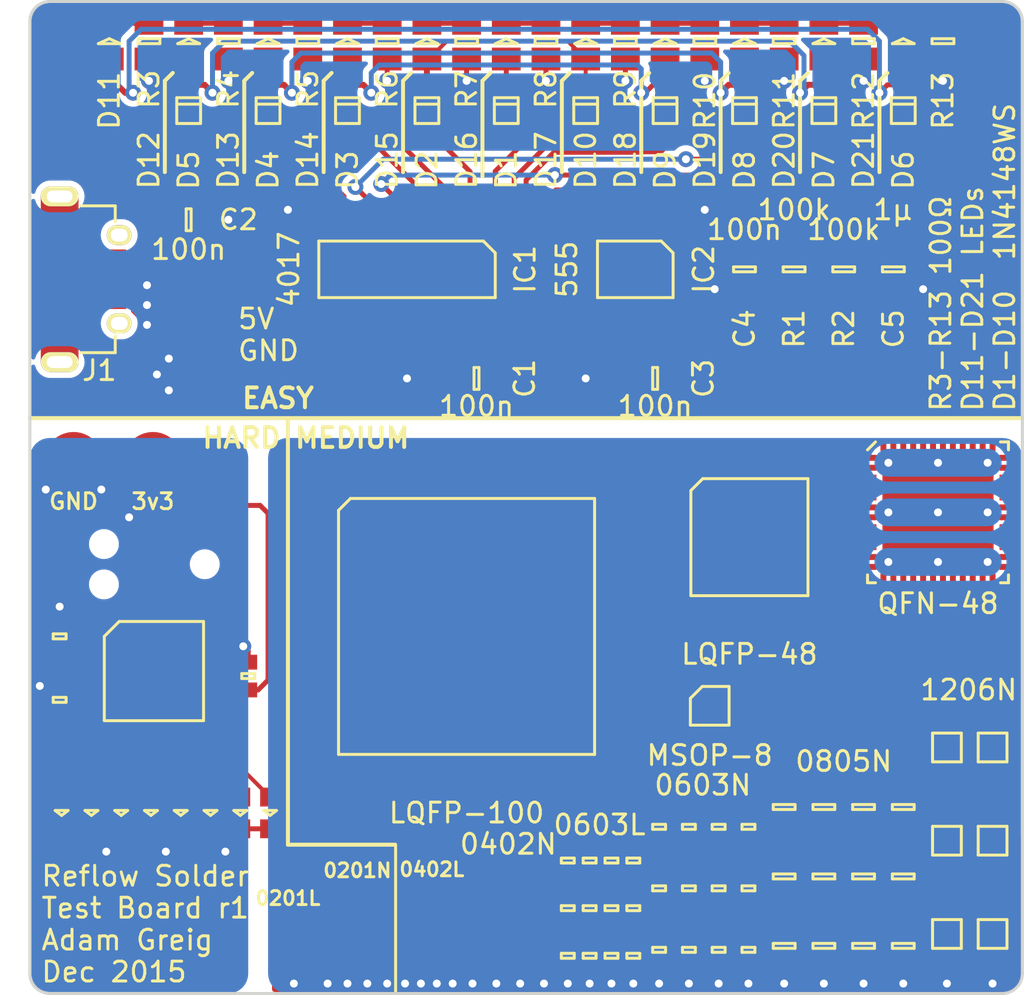
<source format=kicad_pcb>
(kicad_pcb (version 20221018) (generator pcbnew)
  (layers (0 "F.Cu" signal) (31 "B.Cu" signal) (34 "B.Paste" user) (35 "F.Paste" user) (36 "B.SilkS" user "B.Silkscreen") (37 "F.SilkS" user "F.Silkscreen") (38 "B.Mask" user) (39 "F.Mask" user) (44 "Edge.Cuts" user))
  (net 0 "")
  (net 1 "VCC")
  (net 2 "Net-(C4-Pad1)")
  (net 3 "Net-(C5-Pad2)")
  (net 4 "Net-(D1-Pad1)")
  (net 5 "Net-(D1-Pad2)")
  (net 6 "Net-(D12-Pad2)")
  (net 7 "Net-(D2-Pad2)")
  (net 8 "Net-(D11-Pad2)")
  (net 9 "Net-(D3-Pad2)")
  (net 10 "Net-(D10-Pad2)")
  (net 11 "Net-(D4-Pad2)")
  (net 12 "Net-(D5-Pad2)")
  (net 13 "Net-(D6-Pad2)")
  (net 14 "Net-(D7-Pad2)")
  (net 15 "Net-(D8-Pad2)")
  (net 16 "Net-(D10-Pad1)")
  (net 17 "Net-(D11-Pad1)")
  (net 18 "Net-(D12-Pad1)")
  (net 19 "Net-(D13-Pad1)")
  (net 20 "Net-(D14-Pad1)")
  (net 21 "Net-(D14-Pad2)")
  (net 22 "Net-(D15-Pad1)")
  (net 23 "Net-(D16-Pad1)")
  (net 24 "Net-(D17-Pad1)")
  (net 25 "Net-(D18-Pad1)")
  (net 26 "Net-(D19-Pad1)")
  (net 27 "Net-(IC1-Pad12)")
  (net 28 "Net-(IC1-Pad13)")
  (net 29 "Net-(IC1-Pad14)")
  (net 30 "Net-(IC2-Pad7)")
  (net 31 "Net-(J1-Pad2)")
  (net 32 "Net-(J1-Pad3)")
  (net 33 "Net-(J1-Pad4)")
  (net 34 "Net-(J1-PadS)")
  (net 35 "Net-(R14-Pad1)")
  (net 36 "Net-(R14-Pad2)")
  (net 37 "Net-(R15-Pad1)")
  (net 38 "Net-(R17-Pad1)")
  (net 39 "Net-(R17-Pad2)")
  (net 40 "Net-(R18-Pad1)")
  (net 41 "Net-(R20-Pad1)")
  (net 42 "Net-(R20-Pad2)")
  (net 43 "Net-(R21-Pad1)")
  (net 44 "Net-(R23-Pad1)")
  (net 45 "Net-(R23-Pad2)")
  (net 46 "Net-(R24-Pad1)")
  (net 47 "Net-(R26-Pad1)")
  (net 48 "Net-(R26-Pad2)")
  (net 49 "Net-(R27-Pad1)")
  (net 50 "Net-(R29-Pad1)")
  (net 51 "Net-(R29-Pad2)")
  (net 52 "Net-(R30-Pad1)")
  (net 53 "Net-(R32-Pad1)")
  (net 54 "Net-(R32-Pad2)")
  (net 55 "Net-(R33-Pad1)")
  (net 56 "Net-(R35-Pad1)")
  (net 57 "Net-(R35-Pad2)")
  (net 58 "Net-(R36-Pad1)")
  (net 59 "Net-(R38-Pad1)")
  (net 60 "Net-(R38-Pad2)")
  (net 61 "Net-(R39-Pad1)")
  (net 62 "Net-(R41-Pad1)")
  (net 63 "Net-(R41-Pad2)")
  (net 64 "Net-(R42-Pad1)")
  (net 65 "Net-(R44-Pad1)")
  (net 66 "Net-(R44-Pad2)")
  (net 67 "Net-(R45-Pad1)")
  (net 68 "Net-(R47-Pad1)")
  (net 69 "Net-(R47-Pad2)")
  (net 70 "Net-(R48-Pad1)")
  (net 71 "Net-(R50-Pad1)")
  (net 72 "Net-(R50-Pad2)")
  (net 73 "Net-(R51-Pad1)")
  (net 74 "Net-(R53-Pad1)")
  (net 75 "Net-(R53-Pad2)")
  (net 76 "Net-(R54-Pad1)")
  (net 77 "Net-(R56-Pad1)")
  (net 78 "Net-(R56-Pad2)")
  (net 79 "Net-(R57-Pad1)")
  (net 80 "Net-(R59-Pad1)")
  (net 81 "Net-(R59-Pad2)")
  (net 82 "Net-(R60-Pad1)")
  (net 83 "Net-(R62-Pad1)")
  (net 84 "Net-(R62-Pad2)")
  (net 85 "Net-(R63-Pad1)")
  (net 86 "Net-(R65-Pad1)")
  (net 87 "Net-(R65-Pad2)")
  (net 88 "Net-(R66-Pad1)")
  (net 89 "Net-(R68-Pad1)")
  (net 90 "Net-(R68-Pad2)")
  (net 91 "Net-(R69-Pad1)")
  (net 92 "Net-(R71-Pad1)")
  (net 93 "Net-(R71-Pad2)")
  (net 94 "Net-(R72-Pad1)")
  (net 95 "Net-(R77-Pad1)")
  (net 96 "Net-(R77-Pad2)")
  (net 97 "Net-(R78-Pad1)")
  (net 98 "Net-(R80-Pad1)")
  (net 99 "Net-(R80-Pad2)")
  (net 100 "Net-(R81-Pad1)")
  (net 101 "Net-(R83-Pad1)")
  (net 102 "Net-(R83-Pad2)")
  (net 103 "Net-(R84-Pad1)")
  (net 104 "Net-(R86-Pad1)")
  (net 105 "Net-(R86-Pad2)")
  (net 106 "Net-(R87-Pad1)")
  (net 107 "Net-(R89-Pad1)")
  (net 108 "Net-(R89-Pad2)")
  (net 109 "Net-(R90-Pad1)")
  (net 110 "GND")
  (net 111 "Net-(R74-Pad1)")
  (net 112 "Net-(R74-Pad2)")
  (net 113 "Net-(R75-Pad1)")
  (net 114 "Net-(R92-Pad1)")
  (net 115 "Net-(R92-Pad2)")
  (net 116 "Net-(R93-Pad1)")
  (net 117 "Net-(R95-Pad1)")
  (net 118 "Net-(R95-Pad2)")
  (net 119 "Net-(R96-Pad1)")
  (net 120 "Net-(R98-Pad1)")
  (net 121 "Net-(R98-Pad2)")
  (net 122 "Net-(R99-Pad1)")
  (net 123 "Net-(R101-Pad1)")
  (net 124 "Net-(R101-Pad2)")
  (net 125 "Net-(R102-Pad1)")
  (net 126 "VDD")
  (net 127 "DGND")
  (net 128 "Net-(D22-Pad2)")
  (net 129 "Net-(IC3-PadA1)")
  (net 130 "/NRST")
  (net 131 "Net-(IC3-PadA2)")
  (net 132 "Net-(IC3-PadE2)")
  (net 133 "Net-(IC3-PadF2)")
  (net 134 "Net-(IC3-PadH2)")
  (net 135 "Net-(IC3-PadA3)")
  (net 136 "Net-(IC3-PadH3)")
  (net 137 "Net-(IC3-PadA4)")
  (net 138 "Net-(IC3-PadF4)")
  (net 139 "Net-(IC3-PadG4)")
  (net 140 "Net-(IC3-PadH4)")
  (net 141 "Net-(IC3-PadA5)")
  (net 142 "Net-(IC3-PadB5)")
  (net 143 "Net-(IC3-PadC5)")
  (net 144 "Net-(IC3-PadF5)")
  (net 145 "Net-(IC3-PadG5)")
  (net 146 "Net-(IC3-PadH5)")
  (net 147 "Net-(IC3-PadA6)")
  (net 148 "Net-(IC3-PadB6)")
  (net 149 "Net-(IC3-PadC6)")
  (net 150 "Net-(IC3-PadF6)")
  (net 151 "Net-(IC3-PadG6)")
  (net 152 "Net-(IC3-PadH6)")
  (net 153 "/SWDCLK")
  (net 154 "Net-(IC3-PadB7)")
  (net 155 "Net-(IC3-PadC7)")
  (net 156 "Net-(IC3-PadF7)")
  (net 157 "Net-(IC3-PadG7)")
  (net 158 "Net-(IC3-PadH7)")
  (net 159 "/SWDIO")
  (net 160 "Net-(IC3-PadB8)")
  (net 161 "Net-(IC3-PadC8)")
  (net 162 "Net-(IC3-PadF8)")
  (net 163 "Net-(IC3-PadG8)")
  (net 164 "Net-(IC3-PadH8)")
  (net 165 "Net-(P1-Pad6)")
  (net 166 "PGND")
  (net 167 "Net-(D23-Pad2)")
  (net 168 "Net-(D24-Pad2)")
  (net 169 "Net-(D25-Pad2)")
  (net 170 "Net-(D26-Pad2)")
  (net 171 "Net-(D27-Pad2)")
  (net 172 "Net-(IC3-PadB1)")
  (net 173 "Net-(D13-Pad2)")
  (net 174 "Net-(D9-Pad2)")
  (net 175 "Net-(D20-Pad1)")
  (net 176 "Net-(D21-Pad1)")
  (net 177 "Net-(D28-Pad2)")
  (net 178 "Net-(D29-Pad2)")
  (footprint "agg:0805" (layer "F.Cu") (at 72.5 69 180)
    (fp_text reference "C1")
    (fp_text value "100n")
  )
  (footprint "agg:0805" (layer "F.Cu") (at 58 61 180)
    (fp_text reference "C2")
    (fp_text value "100n")
  )
  (footprint "agg:0805" (layer "F.Cu") (at 81.5 69 180)
    (fp_text reference "C3")
    (fp_text value "100n")
  )
  (footprint "agg:0805" (layer "F.Cu") (at 86 63.5 -90)
    (fp_text reference "C4")
    (fp_text value "100n")
  )
  (footprint "agg:0805" (layer "F.Cu") (at 93.5 63.5 90)
    (fp_text reference "C5")
    (fp_text value "1µ")
  )
  (footprint "agg:0805-LED" (layer "F.Cu") (at 54 52 -90)
    (fp_text reference "D11")
    (fp_text value "LED" hide)
  )
  (footprint "agg:0805-LED" (layer "F.Cu") (at 58 52 -90)
    (fp_text reference "D12")
    (fp_text value "LED" hide)
  )
  (footprint "agg:0805-LED" (layer "F.Cu") (at 62 52 -90)
    (fp_text reference "D13")
    (fp_text value "LED" hide)
  )
  (footprint "agg:0805-LED" (layer "F.Cu") (at 66 52 -90)
    (fp_text reference "D14")
    (fp_text value "LED" hide)
  )
  (footprint "agg:0805-LED" (layer "F.Cu") (at 70 52 -90)
    (fp_text reference "D15")
    (fp_text value "LED" hide)
  )
  (footprint "agg:0805-LED" (layer "F.Cu") (at 74 52 -90)
    (fp_text reference "D16")
    (fp_text value "LED" hide)
  )
  (footprint "agg:0805-LED" (layer "F.Cu") (at 78 52 -90)
    (fp_text reference "D17")
    (fp_text value "LED" hide)
  )
  (footprint "agg:0805-LED" (layer "F.Cu") (at 82 52 -90)
    (fp_text reference "D18")
    (fp_text value "LED" hide)
  )
  (footprint "agg:0805-LED" (layer "F.Cu") (at 86 52 -90)
    (fp_text reference "D19")
    (fp_text value "LED" hide)
  )
  (footprint "agg:0805-LED" (layer "F.Cu") (at 90 52 -90)
    (fp_text reference "D20")
    (fp_text value "LED" hide)
  )
  (footprint "agg:0805-LED" (layer "F.Cu") (at 94 52 -90)
    (fp_text reference "D21")
    (fp_text value "LED" hide)
  )
  (footprint "agg:SOIC-16" (layer "F.Cu") (at 69 63.5 -90)
    (fp_text reference "IC1")
    (fp_text value "4017")
  )
  (footprint "agg:SOIC-8" (layer "F.Cu") (at 80.5 63.5 -90)
    (fp_text reference "IC2")
    (fp_text value "555")
  )
  (footprint "agg:MICROUSB_MOLEX_47589-0001" (layer "F.Cu") (at 51.5 64 -90)
    (fp_text reference "J1")
    (fp_text value "MICROUSB" hide)
  )
  (footprint "agg:0805" (layer "F.Cu") (at 88.5 63.5 -90)
    (fp_text reference "R1")
    (fp_text value "100k")
  )
  (footprint "agg:0805" (layer "F.Cu") (at 91 63.5 -90)
    (fp_text reference "R2")
    (fp_text value "100k")
  )
  (footprint "agg:0805" (layer "F.Cu") (at 56 52 90)
    (fp_text reference "R3")
    (fp_text value "100" hide)
  )
  (footprint "agg:0805" (layer "F.Cu") (at 60 52 90)
    (fp_text reference "R4")
    (fp_text value "100" hide)
  )
  (footprint "agg:0805" (layer "F.Cu") (at 64 52 90)
    (fp_text reference "R5")
    (fp_text value "100" hide)
  )
  (footprint "agg:0805" (layer "F.Cu") (at 68 52 90)
    (fp_text reference "R6")
    (fp_text value "100" hide)
  )
  (footprint "agg:0805" (layer "F.Cu") (at 72 52 90)
    (fp_text reference "R7")
    (fp_text value "100" hide)
  )
  (footprint "agg:0805" (layer "F.Cu") (at 76 52 90)
    (fp_text reference "R8")
    (fp_text value "100" hide)
  )
  (footprint "agg:0805" (layer "F.Cu") (at 80 52 90)
    (fp_text reference "R9")
    (fp_text value "100" hide)
  )
  (footprint "agg:0805" (layer "F.Cu") (at 84 52 90)
    (fp_text reference "R10")
    (fp_text value "100" hide)
  )
  (footprint "agg:0805" (layer "F.Cu") (at 88 52 90)
    (fp_text reference "R11")
    (fp_text value "100" hide)
  )
  (footprint "agg:0805" (layer "F.Cu") (at 92 52 90)
    (fp_text reference "R12")
    (fp_text value "100" hide)
  )
  (footprint "agg:0805" (layer "F.Cu") (at 96 52 90)
    (fp_text reference "R13")
    (fp_text value "100" hide)
  )
  (footprint "agg:0201" (layer "F.Cu") (at 68 95.1 -90)
    (fp_text reference "R14" hide)
    (fp_text value "R" hide)
  )
  (footprint "agg:0201" (layer "F.Cu") (at 68 96.8 -90)
    (fp_text reference "R15" hide)
    (fp_text value "R" hide)
  )
  (footprint "agg:0201" (layer "F.Cu") (at 68 98.5 -90)
    (fp_text reference "R16" hide)
    (fp_text value "R" hide)
  )
  (footprint "agg:0402" (layer "F.Cu") (at 75.9 94.1 -90)
    (fp_text reference "R17" hide)
    (fp_text value "R" hide)
  )
  (footprint "agg:0402" (layer "F.Cu") (at 75.9 96.2 -90)
    (fp_text reference "R18" hide)
    (fp_text value "R" hide)
  )
  (footprint "agg:0402" (layer "F.Cu") (at 75.9 98.3 -90)
    (fp_text reference "R19" hide)
    (fp_text value "R" hide)
  )
  (footprint "agg:0402-L" (layer "F.Cu") (at 70.5 95.3 -90)
    (fp_text reference "R20" hide)
    (fp_text value "R" hide)
  )
  (footprint "agg:0402-L" (layer "F.Cu") (at 70.5 96.9 -90)
    (fp_text reference "R21" hide)
    (fp_text value "R" hide)
  )
  (footprint "agg:0402-L" (layer "F.Cu") (at 70.5 98.5 -90)
    (fp_text reference "R22" hide)
    (fp_text value "R" hide)
  )
  (footprint "agg:0603" (layer "F.Cu") (at 86.2 91.6 -90)
    (fp_text reference "R23" hide)
    (fp_text value "R" hide)
  )
  (footprint "agg:0603" (layer "F.Cu") (at 86.2 94.7 -90)
    (fp_text reference "R24" hide)
    (fp_text value "R" hide)
  )
  (footprint "agg:0603" (layer "F.Cu") (at 86.2 97.8 -90)
    (fp_text reference "R25" hide)
    (fp_text value "R" hide)
  )
  (footprint "agg:0603-L" (layer "F.Cu") (at 80.4 93.3 -90)
    (fp_text reference "R26" hide)
    (fp_text value "R" hide)
  )
  (footprint "agg:0603-L" (layer "F.Cu") (at 80.4 95.7 -90)
    (fp_text reference "R27" hide)
    (fp_text value "R" hide)
  )
  (footprint "agg:0603-L" (layer "F.Cu") (at 80.4 98.1 -90)
    (fp_text reference "R28" hide)
    (fp_text value "R" hide)
  )
  (footprint "agg:0805" (layer "F.Cu") (at 94 90.6 -90)
    (fp_text reference "R29" hide)
    (fp_text value "R" hide)
  )
  (footprint "agg:0805" (layer "F.Cu") (at 94 94.1 -90)
    (fp_text reference "R30" hide)
    (fp_text value "R" hide)
  )
  (footprint "agg:0805" (layer "F.Cu") (at 94 97.6 -90)
    (fp_text reference "R31" hide)
    (fp_text value "R" hide)
  )
  (footprint "agg:1206" (layer "F.Cu") (at 96.2 87.6 -90)
    (fp_text reference "R32" hide)
    (fp_text value "R" hide)
  )
  (footprint "agg:1206" (layer "F.Cu") (at 96.2 92.3 -90)
    (fp_text reference "R33" hide)
    (fp_text value "R" hide)
  )
  (footprint "agg:1206" (layer "F.Cu") (at 96.2 97 -90)
    (fp_text reference "R34" hide)
    (fp_text value "R" hide)
  )
  (footprint "agg:0201" (layer "F.Cu") (at 67 95.1 -90)
    (fp_text reference "R35" hide)
    (fp_text value "R" hide)
  )
  (footprint "agg:0201" (layer "F.Cu") (at 67 96.8 -90)
    (fp_text reference "R36" hide)
    (fp_text value "R" hide)
  )
  (footprint "agg:0201" (layer "F.Cu") (at 67 98.5 -90)
    (fp_text reference "R37" hide)
    (fp_text value "R" hide)
  )
  (footprint "agg:0402" (layer "F.Cu") (at 74.7 94.1 -90)
    (fp_text reference "R38" hide)
    (fp_text value "R" hide)
  )
  (footprint "agg:0402" (layer "F.Cu") (at 74.7 96.2 -90)
    (fp_text reference "R39" hide)
    (fp_text value "R" hide)
  )
  (footprint "agg:0402" (layer "F.Cu") (at 74.7 98.3 -90)
    (fp_text reference "R40" hide)
    (fp_text value "R" hide)
  )
  (footprint "agg:0402-L" (layer "F.Cu") (at 71.3 95.3 -90)
    (fp_text reference "R41" hide)
    (fp_text value "R" hide)
  )
  (footprint "agg:0402-L" (layer "F.Cu") (at 71.3 96.9 -90)
    (fp_text reference "R42" hide)
    (fp_text value "R" hide)
  )
  (footprint "agg:0402-L" (layer "F.Cu") (at 71.3 98.5 -90)
    (fp_text reference "R43" hide)
    (fp_text value "R" hide)
  )
  (footprint "agg:0603" (layer "F.Cu") (at 84.7 91.6 -90)
    (fp_text reference "R44" hide)
    (fp_text value "R" hide)
  )
  (footprint "agg:0603" (layer "F.Cu") (at 84.7 94.7 -90)
    (fp_text reference "R45" hide)
    (fp_text value "R" hide)
  )
  (footprint "agg:0603" (layer "F.Cu") (at 84.7 97.8 -90)
    (fp_text reference "R46" hide)
    (fp_text value "R" hide)
  )
  (footprint "agg:0603-L" (layer "F.Cu") (at 79.3 93.3 -90)
    (fp_text reference "R47" hide)
    (fp_text value "R" hide)
  )
  (footprint "agg:0603-L" (layer "F.Cu") (at 79.3 95.7 -90)
    (fp_text reference "R48" hide)
    (fp_text value "R" hide)
  )
  (footprint "agg:0603-L" (layer "F.Cu") (at 79.3 98.1 -90)
    (fp_text reference "R49" hide)
    (fp_text value "R" hide)
  )
  (footprint "agg:0805" (layer "F.Cu") (at 92 90.6 -90)
    (fp_text reference "R50" hide)
    (fp_text value "R" hide)
  )
  (footprint "agg:0805" (layer "F.Cu") (at 92 94.1 -90)
    (fp_text reference "R51" hide)
    (fp_text value "R" hide)
  )
  (footprint "agg:0805" (layer "F.Cu") (at 92 97.6 -90)
    (fp_text reference "R52" hide)
    (fp_text value "R" hide)
  )
  (footprint "agg:1206" (layer "F.Cu") (at 98.5 87.6 -90)
    (fp_text reference "R53" hide)
    (fp_text value "R" hide)
  )
  (footprint "agg:1206" (layer "F.Cu") (at 98.5 92.3 -90)
    (fp_text reference "R54" hide)
    (fp_text value "R" hide)
  )
  (footprint "agg:1206" (layer "F.Cu") (at 98.5 97 -90)
    (fp_text reference "R55" hide)
    (fp_text value "R" hide)
  )
  (footprint "agg:0201" (layer "F.Cu") (at 66 95.1 -90)
    (fp_text reference "R56" hide)
    (fp_text value "R" hide)
  )
  (footprint "agg:0201" (layer "F.Cu") (at 66 96.8 -90)
    (fp_text reference "R57" hide)
    (fp_text value "R" hide)
  )
  (footprint "agg:0201" (layer "F.Cu") (at 66 98.5 -90)
    (fp_text reference "R58" hide)
    (fp_text value "R" hide)
  )
  (footprint "agg:0402" (layer "F.Cu") (at 73.5 94.1 -90)
    (fp_text reference "R59" hide)
    (fp_text value "R" hide)
  )
  (footprint "agg:0402" (layer "F.Cu") (at 73.5 96.2 -90)
    (fp_text reference "R60" hide)
    (fp_text value "R" hide)
  )
  (footprint "agg:0402" (layer "F.Cu") (at 73.5 98.3 -90)
    (fp_text reference "R61" hide)
    (fp_text value "R" hide)
  )
  (footprint "agg:0402-L" (layer "F.Cu") (at 69.7 95.3 -90)
    (fp_text reference "R62" hide)
    (fp_text value "R" hide)
  )
  (footprint "agg:0402-L" (layer "F.Cu") (at 69.7 96.9 -90)
    (fp_text reference "R63" hide)
    (fp_text value "R" hide)
  )
  (footprint "agg:0402-L" (layer "F.Cu") (at 69.7 98.5 -90)
    (fp_text reference "R64" hide)
    (fp_text value "R" hide)
  )
  (footprint "agg:0603" (layer "F.Cu") (at 83.2 91.6 -90)
    (fp_text reference "R65" hide)
    (fp_text value "R" hide)
  )
  (footprint "agg:0603" (layer "F.Cu") (at 83.2 94.7 -90)
    (fp_text reference "R66" hide)
    (fp_text value "R" hide)
  )
  (footprint "agg:0603" (layer "F.Cu") (at 83.2 97.8 -90)
    (fp_text reference "R67" hide)
    (fp_text value "R" hide)
  )
  (footprint "agg:0603-L" (layer "F.Cu") (at 78.2 93.3 -90)
    (fp_text reference "R68" hide)
    (fp_text value "R" hide)
  )
  (footprint "agg:0603-L" (layer "F.Cu") (at 78.2 95.7 -90)
    (fp_text reference "R69" hide)
    (fp_text value "R" hide)
  )
  (footprint "agg:0603-L" (layer "F.Cu") (at 78.2 98.1 -90)
    (fp_text reference "R70" hide)
    (fp_text value "R" hide)
  )
  (footprint "agg:0805" (layer "F.Cu") (at 90 90.6 -90)
    (fp_text reference "R71" hide)
    (fp_text value "R" hide)
  )
  (footprint "agg:0805" (layer "F.Cu") (at 90 94.1 -90)
    (fp_text reference "R72" hide)
    (fp_text value "R" hide)
  )
  (footprint "agg:0805" (layer "F.Cu") (at 90 97.6 -90)
    (fp_text reference "R73" hide)
    (fp_text value "R" hide)
  )
  (footprint "agg:0201" (layer "F.Cu") (at 65 95.1 -90)
    (fp_text reference "R77" hide)
    (fp_text value "R" hide)
  )
  (footprint "agg:0201" (layer "F.Cu") (at 65 96.8 -90)
    (fp_text reference "R78" hide)
    (fp_text value "R" hide)
  )
  (footprint "agg:0201" (layer "F.Cu") (at 65 98.5 -90)
    (fp_text reference "R79" hide)
    (fp_text value "R" hide)
  )
  (footprint "agg:0402" (layer "F.Cu") (at 72.3 94.1 -90)
    (fp_text reference "R80" hide)
    (fp_text value "R" hide)
  )
  (footprint "agg:0402" (layer "F.Cu") (at 72.3 96.2 -90)
    (fp_text reference "R81" hide)
    (fp_text value "R" hide)
  )
  (footprint "agg:0402" (layer "F.Cu") (at 72.3 98.3 -90)
    (fp_text reference "R82" hide)
    (fp_text value "R" hide)
  )
  (footprint "agg:0402-L" (layer "F.Cu") (at 68.9 95.3 -90)
    (fp_text reference "R83" hide)
    (fp_text value "R" hide)
  )
  (footprint "agg:0402-L" (layer "F.Cu") (at 68.9 96.9 -90)
    (fp_text reference "R84" hide)
    (fp_text value "R" hide)
  )
  (footprint "agg:0402-L" (layer "F.Cu") (at 68.9 98.5 -90)
    (fp_text reference "R85" hide)
    (fp_text value "R" hide)
  )
  (footprint "agg:0603" (layer "F.Cu") (at 81.7 91.6 -90)
    (fp_text reference "R86" hide)
    (fp_text value "R" hide)
  )
  (footprint "agg:0603" (layer "F.Cu") (at 81.7 94.7 -90)
    (fp_text reference "R87" hide)
    (fp_text value "R" hide)
  )
  (footprint "agg:0603" (layer "F.Cu") (at 81.7 97.8 -90)
    (fp_text reference "R88" hide)
    (fp_text value "R" hide)
  )
  (footprint "agg:0603-L" (layer "F.Cu") (at 77.1 93.3 -90)
    (fp_text reference "R89" hide)
    (fp_text value "R" hide)
  )
  (footprint "agg:0603-L" (layer "F.Cu") (at 77.1 95.7 -90)
    (fp_text reference "R90" hide)
    (fp_text value "R" hide)
  )
  (footprint "agg:0603-L" (layer "F.Cu") (at 77.1 98.1 -90)
    (fp_text reference "R91" hide)
    (fp_text value "R" hide)
  )
  (footprint "agg:MSOP-8" (layer "F.Cu") (at 84.25 85.5)
    (fp_text reference "X1" hide)
    (fp_text value "MSOP-8")
  )
  (footprint "agg:LQFP-48" (layer "F.Cu") (at 86.25 77)
    (fp_text reference "X3" hide)
    (fp_text value "LQFP-48")
  )
  (footprint "agg:QFN-48-EP-ST" (layer "F.Cu") (at 95.75 75.75)
    (fp_text reference "X4" hide)
    (fp_text value "QFN-48")
  )
  (footprint "agg:LQFP-100" (layer "F.Cu") (at 72 81.5)
    (fp_text reference "X9" hide)
    (fp_text value "LQFP-100")
  )
  (footprint "agg:SOD-323" (layer "F.Cu") (at 70 55.5 -90)
    (fp_text reference "D2")
    (fp_text value "~")
  )
  (footprint "agg:SOD-323" (layer "F.Cu") (at 66 55.5 -90)
    (fp_text reference "D3")
    (fp_text value "~")
  )
  (footprint "agg:SOD-323" (layer "F.Cu") (at 62 55.5 -90)
    (fp_text reference "D4")
    (fp_text value "~")
  )
  (footprint "agg:SOD-323" (layer "F.Cu") (at 58 55.5 -90)
    (fp_text reference "D5")
    (fp_text value "~")
  )
  (footprint "agg:SOD-323" (layer "F.Cu") (at 90 55.5 -90)
    (fp_text reference "D7")
    (fp_text value "~")
  )
  (footprint "agg:SOD-323" (layer "F.Cu") (at 86 55.5 -90)
    (fp_text reference "D8")
    (fp_text value "~")
  )
  (footprint "agg:SOD-323" (layer "F.Cu") (at 82 55.5 -90)
    (fp_text reference "D9")
    (fp_text value "~")
  )
  (footprint "agg:SOD-323" (layer "F.Cu") (at 78 55.5 -90)
    (fp_text reference "D10")
    (fp_text value "~")
  )
  (footprint "agg:0603-L" (layer "F.Cu") (at 51.5 82 90)
    (fp_text reference "C6" hide)
    (fp_text value "2µ2" hide)
  )
  (footprint "agg:0603-L" (layer "F.Cu") (at 61 84 90)
    (fp_text reference "C7" hide)
    (fp_text value "2µ2" hide)
  )
  (footprint "agg:0603-L" (layer "F.Cu") (at 51.5 85.2 90)
    (fp_text reference "C8" hide)
    (fp_text value "1µ" hide)
  )
  (footprint "agg:0402-L" (layer "F.Cu") (at 60 84 90)
    (fp_text reference "C9" hide)
    (fp_text value "100n" hide)
  )
  (footprint "agg:0402-L" (layer "F.Cu") (at 52.5 82.1 90)
    (fp_text reference "C10" hide)
    (fp_text value "100n" hide)
  )
  (footprint "agg:0402-L" (layer "F.Cu") (at 52.5 85.4 90)
    (fp_text reference "C11" hide)
    (fp_text value "10n" hide)
  )
  (footprint "agg:0603-LED" (layer "F.Cu") (at 51.6 90.9 90)
    (fp_text reference "D22" hide)
    (fp_text value "LED" hide)
  )
  (footprint "agg:0603-LED" (layer "F.Cu") (at 53.1 90.9 90)
    (fp_text reference "D23" hide)
    (fp_text value "LED" hide)
  )
  (footprint "agg:0603-LED" (layer "F.Cu") (at 54.6 90.9 90)
    (fp_text reference "D24" hide)
    (fp_text value "LED" hide)
  )
  (footprint "agg:UFBGA-64" (layer "F.Cu") (at 56.25 83.75)
    (fp_text reference "IC3" hide)
    (fp_text value "STM32F091RxHx" hide)
  )
  (footprint "agg:TC2030-NL" (layer "F.Cu") (at 56.27 78.37 180)
    (fp_text reference "P1" hide)
    (fp_text value "SWD_TC" hide)
  )
  (footprint "agg:0402-L" (layer "F.Cu") (at 54.1 88 -90)
    (fp_text reference "R104" hide)
    (fp_text value "1k" hide)
  )
  (footprint "agg:0402-L" (layer "F.Cu") (at 54.9 88 -90)
    (fp_text reference "R105" hide)
    (fp_text value "1k" hide)
  )
  (footprint "agg:0402-L" (layer "F.Cu") (at 55.7 88 -90)
    (fp_text reference "R106" hide)
    (fp_text value "1k" hide)
  )
  (footprint "agg:0402-L" (layer "F.Cu") (at 58.9 88 -90)
    (fp_text reference "R110" hide)
    (fp_text value "1k" hide)
  )
  (footprint "agg:0805" (layer "F.Cu") (at 88 90.6 -90)
    (fp_text reference "R74" hide)
    (fp_text value "R" hide)
  )
  (footprint "agg:0805" (layer "F.Cu") (at 88 94.1 -90)
    (fp_text reference "R75" hide)
    (fp_text value "R" hide)
  )
  (footprint "agg:0805" (layer "F.Cu") (at 88 97.6 -90)
    (fp_text reference "R76" hide)
    (fp_text value "R" hide)
  )
  (footprint "agg:0603-LED" (layer "F.Cu") (at 56.1 90.9 90)
    (fp_text reference "D25" hide)
    (fp_text value "LED" hide)
  )
  (footprint "agg:0603-LED" (layer "F.Cu") (at 57.6 90.9 90)
    (fp_text reference "D26" hide)
    (fp_text value "LED" hide)
  )
  (footprint "agg:0603-LED" (layer "F.Cu") (at 59.1 90.9 90)
    (fp_text reference "D27" hide)
    (fp_text value "LED" hide)
  )
  (footprint "agg:0603-LED" (layer "F.Cu") (at 60.6 90.9 90)
    (fp_text reference "D28" hide)
    (fp_text value "LED" hide)
  )
  (footprint "agg:0402-L" (layer "F.Cu") (at 56.5 88 -90)
    (fp_text reference "R107" hide)
    (fp_text value "1k" hide)
  )
  (footprint "agg:0402-L" (layer "F.Cu") (at 57.3 88 -90)
    (fp_text reference "R108" hide)
    (fp_text value "1k" hide)
  )
  (footprint "agg:0201-L" (layer "F.Cu") (at 62.4 96.3 -90)
    (fp_text reference "R92" hide)
    (fp_text value "R" hide)
  )
  (footprint "agg:0402-L" (layer "F.Cu") (at 58.1 88 -90)
    (fp_text reference "R109" hide)
    (fp_text value "1k" hide)
  )
  (footprint "agg:0201-L" (layer "F.Cu") (at 62.4 97.5 -90)
    (fp_text reference "R93" hide)
    (fp_text value "R" hide)
  )
  (footprint "agg:0201-L" (layer "F.Cu") (at 62.4 98.7 -90)
    (fp_text reference "R94" hide)
    (fp_text value "R" hide)
  )
  (footprint "agg:0201-L" (layer "F.Cu") (at 63 96.3 -90)
    (fp_text reference "R95" hide)
    (fp_text value "R" hide)
  )
  (footprint "agg:0201-L" (layer "F.Cu") (at 63 97.5 -90)
    (fp_text reference "R96" hide)
    (fp_text value "R" hide)
  )
  (footprint "agg:0201-L" (layer "F.Cu") (at 63 98.7 -90)
    (fp_text reference "R97" hide)
    (fp_text value "R" hide)
  )
  (footprint "agg:0201-L" (layer "F.Cu") (at 63.6 96.3 -90)
    (fp_text reference "R98" hide)
    (fp_text value "R" hide)
  )
  (footprint "agg:0201-L" (layer "F.Cu") (at 63.6 97.5 -90)
    (fp_text reference "R99" hide)
    (fp_text value "R" hide)
  )
  (footprint "agg:0201-L" (layer "F.Cu") (at 63.6 98.7 -90)
    (fp_text reference "R100" hide)
    (fp_text value "R" hide)
  )
  (footprint "agg:0201-L" (layer "F.Cu") (at 64.2 96.3 -90)
    (fp_text reference "R101" hide)
    (fp_text value "R" hide)
  )
  (footprint "agg:0201-L" (layer "F.Cu") (at 64.2 97.5 -90)
    (fp_text reference "R102" hide)
    (fp_text value "R" hide)
  )
  (footprint "agg:0201-L" (layer "F.Cu") (at 64.2 98.7 -90)
    (fp_text reference "R103" hide)
    (fp_text value "R" hide)
  )
  (footprint "agg:0603-LED" (layer "F.Cu") (at 62.1 90.9 90)
    (fp_text reference "D29" hide)
    (fp_text value "LED" hide)
  )
  (footprint "agg:0402-L" (layer "F.Cu") (at 59.7 88 -90)
    (fp_text reference "R111" hide)
    (fp_text value "1k" hide)
  )
  (footprint "agg:SOD-323" (layer "F.Cu") (at 74 55.5 -90)
    (fp_text reference "D1")
    (fp_text value "~")
  )
  (footprint "agg:SOD-323" (layer "F.Cu") (at 94 55.5 -90)
    (fp_text reference "D6")
    (fp_text value "~")
  )
  (footprint "agg:WIREPAD" (layer "F.Cu") (at 59 64.8)
    (fp_text reference "TP1" hide)
    (fp_text value "TESTPAD" hide)
  )
  (footprint "agg:WIREPAD" (layer "F.Cu") (at 59 68.8)
    (fp_text reference "TP2" hide)
    (fp_text value "TESTPAD" hide)
  )
  (footprint "agg:WIREPAD" (layer "F.Cu") (at 56.2 73.2)
    (fp_text reference "TP3" hide)
    (fp_text value "TESTPAD" hide)
  )
  (footprint "agg:WIREPAD" (layer "F.Cu") (at 52.2 73.2)
    (fp_text reference "TP4" hide)
    (fp_text value "TESTPAD" hide)
  )
  (gr_line (start 56.8 54) (end 57.2 53.6) (stroke (width 0.2)) (layer "F.SilkS"))
  (gr_line (start 72.8 54) (end 73.2 53.6) (stroke (width 0.2)) (layer "F.SilkS"))
  (gr_line (start 60.8 58.6) (end 60.8 54) (stroke (width 0.2)) (layer "F.SilkS"))
  (gr_line (start 63 71) (end 63 92.5) (stroke (width 0.2)) (layer "F.SilkS"))
  (gr_line (start 56.8 58.6) (end 56.8 54) (stroke (width 0.2)) (layer "F.SilkS"))
  (gr_line (start 76.8 54) (end 77.2 53.6) (stroke (width 0.2)) (layer "F.SilkS"))
  (gr_line (start 88.8 58.6) (end 88.8 54) (stroke (width 0.2)) (layer "F.SilkS"))
  (gr_line (start 64.8 54) (end 65.2 53.6) (stroke (width 0.2)) (layer "F.SilkS"))
  (gr_line (start 76.8 58.6) (end 76.8 54) (stroke (width 0.2)) (layer "F.SilkS"))
  (gr_line (start 68.425 92.5) (end 68.425 100) (stroke (width 0.15)) (layer "F.SilkS"))
  (gr_line (start 92.8 54) (end 93.2 53.6) (stroke (width 0.2)) (layer "F.SilkS"))
  (gr_line (start 84.8 58.6) (end 84.8 54) (stroke (width 0.2)) (layer "F.SilkS"))
  (gr_line (start 80.8 58.6) (end 80.8 54) (stroke (width 0.2)) (layer "F.SilkS"))
  (gr_line (start 88.8 54) (end 89.2 53.6) (stroke (width 0.2)) (layer "F.SilkS"))
  (gr_line (start 72.8 58.8) (end 72.8 54) (stroke (width 0.2)) (layer "F.SilkS"))
  (gr_line (start 60.8 54) (end 61.2 53.6) (stroke (width 0.2)) (layer "F.SilkS"))
  (gr_line (start 64.8 58.6) (end 64.8 54) (stroke (width 0.2)) (layer "F.SilkS"))
  (gr_line (start 84.8 54) (end 85.2 53.6) (stroke (width 0.2)) (layer "F.SilkS"))
  (gr_line (start 68.8 58.6) (end 68.8 54) (stroke (width 0.2)) (layer "F.SilkS"))
  (gr_line (start 92.8 58.6) (end 92.8 54) (stroke (width 0.2)) (layer "F.SilkS"))
  (gr_line (start 63 92.5) (end 68.4 92.5) (stroke (width 0.2)) (layer "F.SilkS"))
  (gr_line (start 50 71) (end 100 71) (stroke (width 0.2)) (layer "F.SilkS"))
  (gr_line (start 68.8 54) (end 69.2 53.6) (stroke (width 0.2)) (layer "F.SilkS"))
  (gr_line (start 80.8 54) (end 81.2 53.6) (stroke (width 0.2)) (layer "F.SilkS"))
  (gr_line (start 51 100) (end 99 100) (stroke (width 0.15)) (layer "Edge.Cuts"))
  (gr_arc (start 100 99) (mid 99.707107 99.707107) (end 99 100) (stroke (width 0.15)) (layer "Edge.Cuts"))
  (gr_arc (start 99 50) (mid 99.707107 50.292893) (end 100 51) (stroke (width 0.15)) (layer "Edge.Cuts"))
  (gr_line (start 50 51) (end 50 99) (stroke (width 0.15)) (layer "Edge.Cuts"))
  (gr_arc (start 50 51) (mid 50.292893 50.292893) (end 51 50) (stroke (width 0.15)) (layer "Edge.Cuts"))
  (gr_line (start 100 99) (end 100 51) (stroke (width 0.15)) (layer "Edge.Cuts"))
  (gr_line (start 99 50) (end 51 50) (stroke (width 0.15)) (layer "Edge.Cuts"))
  (gr_arc (start 51 100) (mid 50.292893 99.707107) (end 50 99) (stroke (width 0.15)) (layer "Edge.Cuts"))
  (gr_text "0603L" (at 78.7 91.5) (layer "F.SilkS") (effects (font (size 1 1))))
  (gr_text "0603N" (at 83.9 89.5) (layer "F.SilkS") (effects (font (size 1 1))))
  (gr_text "R3-R13 100Ω\nD11-D21 LEDs\nD1-D10  1N4148WS" (at 97.5 70.75 90) (layer "F.SilkS") (effects (font (size 1 1)) (justify left)))
  (gr_text "0402L" (at 70.25 93.75) (layer "F.SilkS") (effects (font (size 0.7 0.7))))
  (gr_text "0402N" (at 74.1 92.475) (layer "F.SilkS") (effects (font (size 1 1))))
  (gr_text "MEDIUM" (at 63.25 72) (layer "F.SilkS") (effects (font (size 1 1) (thickness 0.2)) (justify left)))
  (gr_text "0201N" (at 66.5 93.8) (layer "F.SilkS") (effects (font (size 0.7 0.7))))
  (gr_text "0201L" (at 63 95.2) (layer "F.SilkS") (effects (font (size 0.7 0.7))))
  (gr_text "GND" (at 60.4 67.6) (layer "F.SilkS") (effects (font (size 1 1)) (justify left)))
  (gr_text "3v3" (at 56.2 75.2) (layer "F.SilkS") (effects (font (size 0.8 0.8))))
  (gr_text "1206N" (at 97.3 84.7) (layer "F.SilkS") (effects (font (size 1 1))))
  (gr_text "5V" (at 60.4 66) (layer "F.SilkS") (effects (font (size 1 1)) (justify left)))
  (gr_text "0805N" (at 91 88.3) (layer "F.SilkS") (effects (font (size 1 1))))
  (gr_text "Reflow Solder\nTest Board r1\nAdam Greig\nDec 2015" (at 50.5 96.5) (layer "F.SilkS") (effects (font (size 1 1)) (justify left)))
  (gr_text "HARD" (at 62.75 72) (layer "F.SilkS") (effects (font (size 1 1) (thickness 0.2)) (justify right)))
  (gr_text "EASY" (at 62.5 70) (layer "F.SilkS") (effects (font (size 1 1) (thickness 0.2))))
  (gr_text "GND" (at 52.2 75.2) (layer "F.SilkS") (effects (font (size 0.8 0.8))))
  (segment (start 93.25 78.25) (end 98.25 78.25) (width 1.4) (layer "B.Cu") (net 0))
  (segment (start 93.25 75.75) (end 98.25 75.75) (width 1.4) (layer "B.Cu") (net 0))
  (segment (start 93.25 73.25) (end 98.25 73.25) (width 1.4) (layer "B.Cu") (net 0))
  (segment (start 73.445 68.955) (end 73.4 69) (width 0.25) (layer "F.Cu") (net 1))
  (segment (start 55.4 62.7) (end 56.1 62) (width 0.25) (layer "F.Cu") (net 1))
  (segment (start 56.1 62) (end 57.1 61) (width 0.25) (layer "F.Cu") (net 1))
  (segment (start 78.595 60.8) (end 77.7 60.8) (width 0.25) (layer "F.Cu") (net 1))
  (segment (start 82.4 70.1) (end 82.4 69) (width 0.25) (layer "F.Cu") (net 1))
  (segment (start 63.6 67) (end 63.6 63.4) (width 0.25) (layer "F.Cu") (net 1))
  (segment (start 73.4 70.4) (end 67 70.4) (width 0.25) (layer "F.Cu") (net 1))
  (segment (start 82.405 66.2) (end 82.405 67.5) (width 0.25) (layer "F.Cu") (net 1))
  (segment (start 82.405 67.5) (end 87 67.5) (width 0.25) (layer "F.Cu") (net 1))
  (segment (start 88.5 66) (end 88.5 64.4) (width 0.25) (layer "F.Cu") (net 1))
  (segment (start 77 61.5) (end 77 70.5) (width 0.25) (layer "F.Cu") (net 1))
  (segment (start 63.6 63.4) (end 62.4 62.2) (width 0.25) (layer "F.Cu") (net 1))
  (segment (start 82.405 67.5) (end 82.405 68.995) (width 0.25) (layer "F.Cu") (net 1))
  (segment (start 59 64.8) (end 59 62.2) (width 0.25) (layer "F.Cu") (net 1))
  (segment (start 62.4 62.2) (end 59 62.2) (width 0.25) (layer "F.Cu") (net 1))
  (segment (start 77 70.5) (end 82 70.5) (width 0.25) (layer "F.Cu") (net 1))
  (segment (start 54.175 62.7) (end 55.15 62.7) (width 0.25) (layer "F.Cu") (net 1))
  (segment (start 55.15 62.7) (end 55.4 62.7) (width 0.25) (layer "F.Cu") (net 1))
  (segment (start 77 70.5) (end 73.5 70.5) (width 0.25) (layer "F.Cu") (net 1))
  (segment (start 82 70.5) (end 82.4 70.1) (width 0.25) (layer "F.Cu") (net 1))
  (segment (start 58.3 62.2) (end 57.1 61) (width 0.25) (layer "F.Cu") (net 1))
  (segment (start 59 62.2) (end 58.3 62.2) (width 0.25) (layer "F.Cu") (net 1))
  (segment (start 73.4 70.4) (end 73.5 70.5) (width 0.25) (layer "F.Cu") (net 1))
  (segment (start 67 70.4) (end 63.6 67) (width 0.25) (layer "F.Cu") (net 1))
  (segment (start 77.7 60.8) (end 77 61.5) (width 0.25) (layer "F.Cu") (net 1))
  (segment (start 87 67.5) (end 88.5 66) (width 0.25) (layer "F.Cu") (net 1))
  (segment (start 82.405 68.995) (end 82.4 69) (width 0.25) (layer "F.Cu") (net 1))
  (segment (start 73.4 69) (end 73.4 70.4) (width 0.25) (layer "F.Cu") (net 1))
  (segment (start 73.445 66.2) (end 73.445 68.955) (width 0.25) (layer "F.Cu") (net 1))
  (segment (start 79.1 67.6) (end 81.37 67.6) (width 0.25) (layer "F.Cu") (net 2))
  (segment (start 81.77 67.2) (end 81.77 65.24) (width 0.25) (layer "F.Cu") (net 2))
  (segment (start 78.595 66.2) (end 78.595 67.095) (width 0.25) (layer "F.Cu") (net 2))
  (segment (start 81.77 65.24) (end 84.41 62.6) (width 0.25) (layer "F.Cu") (net 2))
  (segment (start 78.595 67.095) (end 79.1 67.6) (width 0.25) (layer "F.Cu") (net 2))
  (segment (start 84.41 62.6) (end 86 62.6) (width 0.25) (layer "F.Cu") (net 2))
  (segment (start 81.37 67.6) (end 81.77 67.2) (width 0.25) (layer "F.Cu") (net 2))
  (segment (start 81.135 63.365) (end 81.135 60.8) (width 0.25) (layer "F.Cu") (net 3))
  (segment (start 82 59.5) (end 90 59.5) (width 0.25) (layer "F.Cu") (net 3))
  (segment (start 79.865 64.635) (end 81.135 63.365) (width 0.25) (layer "F.Cu") (net 3))
  (segment (start 93.5 62.6) (end 91 62.6) (width 0.25) (layer "F.Cu") (net 3))
  (segment (start 79.865 66.2) (end 79.865 64.635) (width 0.25) (layer "F.Cu") (net 3))
  (segment (start 81.135 60.8) (end 81.135 60.365) (width 0.25) (layer "F.Cu") (net 3))
  (segment (start 90 59.5) (end 91 60.5) (width 0.25) (layer "F.Cu") (net 3))
  (segment (start 81.135 60.365) (end 82 59.5) (width 0.25) (layer "F.Cu") (net 3))
  (segment (start 91 60.5) (end 91 62.6) (width 0.25) (layer "F.Cu") (net 3))
  (segment (start 74 52.9) (end 74 54.2) (width 0.25) (layer "F.Cu") (net 4))
  (segment (start 73.3 56.8) (end 74 56.8) (width 0.25) (layer "F.Cu") (net 5))
  (segment (start 70.905 59.405) (end 69 57.5) (width 0.25) (layer "F.Cu") (net 5))
  (segment (start 69 57.5) (end 69 56.5) (width 0.25) (layer "F.Cu") (net 5))
  (segment (start 70 55.5) (end 72 55.5) (width 0.25) (layer "F.Cu") (net 5))
  (segment (start 70.905 60.8) (end 70.905 59.405) (width 0.25) (layer "F.Cu") (net 5))
  (segment (start 72 55.5) (end 73.3 56.8) (width 0.25) (layer "F.Cu") (net 5))
  (segment (start 69 56.5) (end 70 55.5) (width 0.25) (layer "F.Cu") (net 5))
  (segment (start 58 52.9) (end 58 54.2) (width 0.3) (layer "F.Cu") (net 6))
  (segment (start 58.8 54.2) (end 59.2 54.6) (width 0.3) (layer "F.Cu") (net 6))
  (segment (start 90 54.2) (end 89.2 54.2) (width 0.3) (layer "F.Cu") (net 6))
  (segment (start 90 54.2) (end 90 52.9) (width 0.3) (layer "F.Cu") (net 6))
  (segment (start 89.2 54.2) (end 88.8 54.6) (width 0.3) (layer "F.Cu") (net 6))
  (segment (start 58 54.2) (end 58.8 54.2) (width 0.3) (layer "F.Cu") (net 6))
  (via (at 88.8 54.6) (size 0.8) (drill 0.4) (layers "F.Cu" "B.Cu") (net 6))
  (via (at 59.2 54.6) (size 0.8) (drill 0.4) (layers "F.Cu" "B.Cu") (net 6))
  (segment (start 89 54.4) (end 88.8 54.6) (width 0.25) (layer "B.Cu") (net 6))
  (segment (start 59.8 52) (end 88.275 52) (width 0.25) (layer "B.Cu") (net 6))
  (segment (start 89 52.725) (end 89 54.4) (width 0.25) (layer "B.Cu") (net 6))
  (segment (start 88.275 52) (end 89 52.725) (width 0.25) (layer "B.Cu") (net 6))
  (segment (start 59.2 54.6) (end 59.2 52.6) (width 0.25) (layer "B.Cu") (net 6))
  (segment (start 59.2 52.6) (end 59.8 52) (width 0.25) (layer "B.Cu") (net 6))
  (segment (start 72.175 60.8) (end 72.175 58.575) (width 0.25) (layer "F.Cu") (net 7))
  (segment (start 70 56.8) (end 70.4 56.8) (width 0.25) (layer "F.Cu") (net 7))
  (segment (start 70.4 56.8) (end 72.175 58.575) (width 0.25) (layer "F.Cu") (net 7))
  (segment (start 94 52.9) (end 94 54.2) (width 0.25) (layer "F.Cu") (net 8))
  (segment (start 94 54.2) (end 93.2 54.2) (width 0.25) (layer "F.Cu") (net 8))
  (segment (start 54 53.4) (end 54 52.9) (width 0.25) (layer "F.Cu") (net 8))
  (segment (start 93.2 54.2) (end 92.8 54.6) (width 0.25) (layer "F.Cu") (net 8))
  (segment (start 54.8 54.6) (end 55.2 54.6) (width 0.3) (layer "F.Cu") (net 8))
  (segment (start 54 52.9) (end 54 53.8) (width 0.3) (layer "F.Cu") (net 8))
  (segment (start 54 53.8) (end 54.8 54.6) (width 0.3) (layer "F.Cu") (net 8))
  (via (at 55.2 54.6) (size 0.8) (drill 0.4) (layers "F.Cu" "B.Cu") (net 8))
  (via (at 92.8 54.6) (size 0.8) (drill 0.4) (layers "F.Cu" "B.Cu") (net 8))
  (segment (start 92.8 52) (end 92.8 54.6) (width 0.25) (layer "B.Cu") (net 8))
  (segment (start 55 54.4) (end 55 52) (width 0.25) (layer "B.Cu") (net 8))
  (segment (start 55.6 51.4) (end 92.2 51.4) (width 0.25) (layer "B.Cu") (net 8))
  (segment (start 55.2 54.6) (end 55 54.4) (width 0.25) (layer "B.Cu") (net 8))
  (segment (start 92.2 51.4) (end 92.8 52) (width 0.25) (layer "B.Cu") (net 8))
  (segment (start 55 52) (end 55.6 51.4) (width 0.25) (layer "B.Cu") (net 8))
  (segment (start 67 56.8) (end 66 56.8) (width 0.25) (layer "F.Cu") (net 9))
  (segment (start 69.635 60.8) (end 69.635 59.435) (width 0.25) (layer "F.Cu") (net 9))
  (segment (start 69.635 59.435) (end 67 56.8) (width 0.25) (layer "F.Cu") (net 9))
  (segment (start 67.8 63) (end 73.2 63) (width 0.25) (layer "F.Cu") (net 10))
  (segment (start 74.4 58.9) (end 76.5 56.8) (width 0.25) (layer "F.Cu") (net 10))
  (segment (start 76.5 56.8) (end 78 56.8) (width 0.25) (layer "F.Cu") (net 10))
  (segment (start 67.095 63.705) (end 67.8 63) (width 0.25) (layer "F.Cu") (net 10))
  (segment (start 67.095 66.2) (end 67.095 63.705) (width 0.25) (layer "F.Cu") (net 10))
  (segment (start 74.4 61.8) (end 74.4 58.9) (width 0.25) (layer "F.Cu") (net 10))
  (segment (start 73.2 63) (end 74.4 61.8) (width 0.25) (layer "F.Cu") (net 10))
  (segment (start 65.825 60.8) (end 65.825 60.225) (width 0.25) (layer "F.Cu") (net 11))
  (segment (start 65.825 60.8) (end 65.825 59.825) (width 0.25) (layer "F.Cu") (net 11))
  (segment (start 62.8 56.8) (end 62 56.8) (width 0.25) (layer "F.Cu") (net 11))
  (segment (start 65.825 59.825) (end 62.8 56.8) (width 0.25) (layer "F.Cu") (net 11))
  (segment (start 58 56.8) (end 60.4 56.8) (width 0.25) (layer "F.Cu") (net 12))
  (segment (start 60.4 56.8) (end 62.2 58.6) (width 0.25) (layer "F.Cu") (net 12))
  (segment (start 62.2 58.6) (end 62.2 60.8) (width 0.25) (layer "F.Cu") (net 12))
  (segment (start 62.2 60.8) (end 65.825 64.425) (width 0.25) (layer "F.Cu") (net 12))
  (segment (start 65.825 64.425) (end 65.825 66.2) (width 0.25) (layer "F.Cu") (net 12))
  (segment (start 92.8 56.8) (end 94 56.8) (width 0.25) (layer "F.Cu") (net 13))
  (segment (start 91.5 55.5) (end 92.8 56.8) (width 0.25) (layer "F.Cu") (net 13))
  (segment (start 73.445 60.8) (end 73.445 58.555) (width 0.25) (layer "F.Cu") (net 13))
  (segment (start 73.445 58.555) (end 76.5 55.5) (width 0.25) (layer "F.Cu") (net 13))
  (segment (start 76.5 55.5) (end 91.5 55.5) (width 0.25) (layer "F.Cu") (net 13))
  (segment (start 90 57.6) (end 90 56.8) (width 0.2) (layer "F.Cu") (net 14))
  (segment (start 76.45 58.75) (end 87.65 58.75) (width 0.25) (layer "F.Cu") (net 14))
  (segment (start 87.65 58.75) (end 88.85 58.75) (width 0.2) (layer "F.Cu") (net 14))
  (segment (start 68.365 60.8) (end 68.365 59.865) (width 0.25) (layer "F.Cu") (net 14))
  (segment (start 68.365 59.865) (end 67.7 59.2) (width 0.25) (layer "F.Cu") (net 14))
  (segment (start 88.85 58.75) (end 90 57.6) (width 0.2) (layer "F.Cu") (net 14))
  (via (at 67.7 59.2) (size 0.8) (drill 0.4) (layers "F.Cu" "B.Cu") (net 14))
  (via (at 76.45 58.75) (size 0.8) (drill 0.4) (layers "F.Cu" "B.Cu") (net 14))
  (segment (start 68.15 58.75) (end 76.45 58.75) (width 0.25) (layer "B.Cu") (net 14))
  (segment (start 67.7 59.2) (end 68.15 58.75) (width 0.25) (layer "B.Cu") (net 14))
  (segment (start 67.095 60.8) (end 67.095 60.045) (width 0.25) (layer "F.Cu") (net 15))
  (segment (start 85.45 57.95) (end 86 57.4) (width 0.2) (layer "F.Cu") (net 15))
  (segment (start 86 57.4) (end 86 56.8) (width 0.2) (layer "F.Cu") (net 15))
  (segment (start 84.45 57.95) (end 85.45 57.95) (width 0.2) (layer "F.Cu") (net 15))
  (segment (start 83.05 57.95) (end 84.45 57.95) (width 0.25) (layer "F.Cu") (net 15))
  (segment (start 67.095 60.045) (end 66.4 59.35) (width 0.25) (layer "F.Cu") (net 15))
  (via (at 66.4 59.35) (size 0.8) (drill 0.4) (layers "F.Cu" "B.Cu") (net 15))
  (via (at 83.05 57.95) (size 0.8) (drill 0.4) (layers "F.Cu" "B.Cu") (net 15))
  (segment (start 66.4 59.35) (end 67.8 57.95) (width 0.25) (layer "B.Cu") (net 15))
  (segment (start 67.8 57.95) (end 83.05 57.95) (width 0.25) (layer "B.Cu") (net 15))
  (segment (start 77.1 52) (end 78 52.9) (width 0.2) (layer "F.Cu") (net 16))
  (segment (start 70 52.9) (end 70 54.2) (width 0.3) (layer "F.Cu") (net 16))
  (segment (start 71 52) (end 77.1 52) (width 0.2) (layer "F.Cu") (net 16))
  (segment (start 70 52.9) (end 70.05 52.9) (width 0.25) (layer "F.Cu") (net 16))
  (segment (start 78 54.2) (end 78 52.9) (width 0.2) (layer "F.Cu") (net 16))
  (segment (start 70.1 52.9) (end 71 52) (width 0.2) (layer "F.Cu") (net 16))
  (segment (start 70 52.9) (end 70.1 52.9) (width 0.25) (layer "F.Cu") (net 16))
  (segment (start 54 51.1) (end 54.2 51.1) (width 0.25) (layer "F.Cu") (net 17))
  (segment (start 54 51.1) (end 56 51.1) (width 0.25) (layer "F.Cu") (net 17))
  (segment (start 58 51.1) (end 60 51.1) (width 0.25) (layer "F.Cu") (net 18))
  (segment (start 58 51.1) (end 58.2 51.1) (width 0.25) (layer "F.Cu") (net 18))
  (segment (start 62 51.1) (end 64 51.1) (width 0.25) (layer "F.Cu") (net 19))
  (segment (start 62 51.1) (end 62.2 51.1) (width 0.25) (layer "F.Cu") (net 19))
  (segment (start 66 51.1) (end 68 51.1) (width 0.25) (layer "F.Cu") (net 20))
  (segment (start 66 51.1) (end 66.2 51.1) (width 0.25) (layer "F.Cu") (net 20))
  (segment (start 66 54.2) (end 66.8 54.2) (width 0.3) (layer "F.Cu") (net 21))
  (segment (start 66 52.9) (end 66 54.2) (width 0.3) (layer "F.Cu") (net 21))
  (segment (start 81 54.6) (end 81.4 54.2) (width 0.25) (layer "F.Cu") (net 21))
  (segment (start 80.8 54.6) (end 81 54.6) (width 0.25) (layer "F.Cu") (net 21))
  (segment (start 81.4 54.2) (end 82 54.2) (width 0.25) (layer "F.Cu") (net 21))
  (segment (start 82 54.2) (end 82 52.9) (width 0.25) (layer "F.Cu") (net 21))
  (segment (start 66.8 54.2) (end 67.2 54.6) (width 0.3) (layer "F.Cu") (net 21))
  (via (at 80.8 54.6) (size 0.8) (drill 0.4) (layers "F.Cu" "B.Cu") (net 21))
  (via (at 67.2 54.6) (size 0.8) (drill 0.4) (layers "F.Cu" "B.Cu") (net 21))
  (segment (start 67.2 53.6) (end 67.6 53.2) (width 0.25) (layer "B.Cu") (net 21))
  (segment (start 67.2 54.6) (end 67.2 53.6) (width 0.25) (layer "B.Cu") (net 21))
  (segment (start 80.6 53.2) (end 80.8 53.4) (width 0.25) (layer "B.Cu") (net 21))
  (segment (start 80.8 53.4) (end 80.8 54.6) (width 0.25) (layer "B.Cu") (net 21))
  (segment (start 67.6 53.2) (end 80.6 53.2) (width 0.25) (layer "B.Cu") (net 21))
  (segment (start 70 51.1) (end 72 51.1) (width 0.25) (layer "F.Cu") (net 22))
  (segment (start 70 51.1) (end 70.2 51.1) (width 0.25) (layer "F.Cu") (net 22))
  (segment (start 74 51.1) (end 74.2 51.1) (width 0.25) (layer "F.Cu") (net 23))
  (segment (start 74 51.1) (end 76 51.1) (width 0.25) (layer "F.Cu") (net 23))
  (segment (start 78 51.1) (end 80 51.1) (width 0.25) (layer "F.Cu") (net 24))
  (segment (start 78 51.1) (end 78.2 51.1) (width 0.25) (layer "F.Cu") (net 24))
  (segment (start 82 51.1) (end 82.2 51.1) (width 0.25) (layer "F.Cu") (net 25))
  (segment (start 82 51.1) (end 84 51.1) (width 0.25) (layer "F.Cu") (net 25))
  (segment (start 86 51.1) (end 88 51.1) (width 0.25) (layer "F.Cu") (net 26))
  (segment (start 86 51.1) (end 86.2 51.1) (width 0.25) (layer "F.Cu") (net 26))
  (segment (start 76 64) (end 75 65) (width 0.25) (layer "F.Cu") (net 29))
  (segment (start 76 60) (end 76 64) (width 0.25) (layer "F.Cu") (net 29))
  (segment (start 71.5 65) (end 70.905 65.595) (width 0.25) (layer "F.Cu") (net 29))
  (segment (start 70.905 65.595) (end 70.905 66.2) (width 0.25) (layer "F.Cu") (net 29))
  (segment (start 79.5 59.5) (end 76.5 59.5) (width 0.25) (layer "F.Cu") (net 29))
  (segment (start 75 65) (end 71.5 65) (width 0.25) (layer "F.Cu") (net 29))
  (segment (start 76.5 59.5) (end 76 60) (width 0.25) (layer "F.Cu") (net 29))
  (segment (start 79.865 59.865) (end 79.5 59.5) (width 0.25) (layer "F.Cu") (net 29))
  (segment (start 79.865 60.8) (end 79.865 59.865) (width 0.25) (layer "F.Cu") (net 29))
  (segment (start 84.5 61.5) (end 87.4 61.5) (width 0.25) (layer "F.Cu") (net 30))
  (segment (start 87.4 61.5) (end 88.5 62.6) (width 0.25) (layer "F.Cu") (net 30))
  (segment (start 90.3 64.4) (end 88.5 62.6) (width 0.25) (layer "F.Cu") (net 30))
  (segment (start 91 64.4) (end 90.3 64.4) (width 0.25) (layer "F.Cu") (net 30))
  (segment (start 81.135 64.865) (end 84.5 61.5) (width 0.25) (layer "F.Cu") (net 30))
  (segment (start 81.135 66.2) (end 81.135 64.865) (width 0.25) (layer "F.Cu") (net 30))
  (segment (start 55.6 65.8) (end 55.5 65.9) (width 0.2) (layer "F.Cu") (net 110))
  (segment (start 64 52.9) (end 64 54) (width 0.25) (layer "F.Cu") (net 110))
  (segment (start 59 68.8) (end 57.2 68.8) (width 0.25) (layer "F.Cu") (net 110))
  (segment (start 55.2 65.3) (end 55.9 65.3) (width 0.2) (layer "F.Cu") (net 110))
  (segment (start 84 52.9) (end 84 54) (width 0.25) (layer "F.Cu") (net 110))
  (segment (start 60 52.9) (end 60 54) (width 0.25) (layer "F.Cu") (net 110))
  (segment (start 55.4 64.8) (end 55.4 65.8) (width 0.2) (layer "F.Cu") (net 110))
  (segment (start 55.6 64.6) (end 55.9 64.3) (width 0.2) (layer "F.Cu") (net 110))
  (segment (start 55.6 66) (end 55.9 66.3) (width 0.2) (layer "F.Cu") (net 110))
  (segment (start 80.6 69) (end 78 69) (width 0.25) (layer "F.Cu") (net 110))
  (segment (start 92 52.9) (end 92 54) (width 0.25) (layer "F.Cu") (net 110))
  (segment (start 64.555 60.8) (end 63.3 60.8) (width 0.25) (layer "F.Cu") (net 110))
  (segment (start 63.3 60.8) (end 63 60.5) (width 0.25) (layer "F.Cu") (net 110))
  (segment (start 86 64.4) (end 84.6 64.4) (width 0.25) (layer "F.Cu") (net 110))
  (segment (start 84.6 64.4) (end 84.5 64.5) (width 0.25) (layer "F.Cu") (net 110))
  (segment (start 55.3 64.9) (end 55.3 65.7) (width 0.2) (layer "F.Cu") (net 110))
  (segment (start 57.2 68.2) (end 57 68) (width 0.25) (layer "F.Cu") (net 110))
  (segment (start 55.6 65.8) (end 55.6 66) (width 0.2) (layer "F.Cu") (net 110))
  (segment (start 55.2 65.3) (end 55.2 65.6) (width 0.2) (layer "F.Cu") (net 110))
  (segment (start 55.4 65.8) (end 55.5 65.9) (width 0.2) (layer "F.Cu") (net 110))
  (segment (start 96 52.9) (end 96 54) (width 0.25) (layer "F.Cu") (net 110))
  (segment (start 55.5 65.9) (end 55.6 66) (width 0.2) (layer "F.Cu") (net 110))
  (segment (start 57.2 68.8) (end 57.2 69.4) (width 0.25) (layer "F.Cu") (net 110))
  (segment (start 68 52.9) (end 68 54) (width 0.25) (layer "F.Cu") (net 110))
  (segment (start 57.2 68.8) (end 57.2 68.2) (width 0.25) (layer "F.Cu") (net 110))
  (segment (start 58.65 61) (end 60 61) (width 0.25) (layer "F.Cu") (net 110))
  (segment (start 71.6 69) (end 69 69) (width 0.25) (layer "F.Cu") (net 110))
  (segment (start 55.3 65.7) (end 55.4 65.8) (width 0.2) (layer "F.Cu") (net 110))
  (segment (start 55.2 65) (end 55.3 64.9) (width 0.2) (layer "F.Cu") (net 110))
  (segment (start 72 52.9) (end 72 54) (width 0.25) (layer "F.Cu") (net 110))
  (segment (start 80 52.9) (end 80 54) (width 0.25) (layer "F.Cu") (net 110))
  (segment (start 94.9 64.4) (end 95 64.5) (width 0.25) (layer "F.Cu") (net 110))
  (segment (start 93.5 64.4) (end 94.9 64.4) (width 0.25) (layer "F.Cu") (net 110))
  (segment (start 76 52.9) (end 76 54) (width 0.25) (layer "F.Cu") (net 110))
  (segment (start 82.405 60.8) (end 83.7 60.8) (width 0.25) (layer "F.Cu") (net 110))
  (segment (start 55.3 64.9) (end 55.4 64.8) (width 0.2) (layer "F.Cu") (net 110))
  (segment (start 56 52.9) (end 56 54) (width 0.25) (layer "F.Cu") (net 110))
  (segment (start 55.2 65.3) (end 55.2 65) (width 0.2) (layer "F.Cu") (net 110))
  (segment (start 55.6 64.6) (end 55.6 65.8) (width 0.2) (layer "F.Cu") (net 110))
  (segment (start 55.4 64.8) (end 55.6 64.6) (width 0.2) (layer "F.Cu") (net 110))
  (segment (start 57.2 69.4) (end 57 69.6) (width 0.25) (layer "F.Cu") (net 110))
  (segment (start 72.175 68.425) (end 71.6 69) (width 0.25) (layer "F.Cu") (net 110))
  (segment (start 55.2 65.6) (end 55.3 65.7) (width 0.2) (layer "F.Cu") (net 110))
  (segment (start 57.2 68.8) (end 56.4 68.8) (width 0.25) (layer "F.Cu") (net 110))
  (segment (start 88 52.9) (end 88 54) (width 0.25) (layer "F.Cu") (net 110))
  (segment (start 83.7 60.8) (end 84 60.5) (width 0.25) (layer "F.Cu") (net 110))
  (segment (start 72.175 66.2) (end 72.175 68.425) (width 0.25) (layer "F.Cu") (net 110))
  (segment (start 54.175 65.3) (end 55.2 65.3) (width 0.2) (layer "F.Cu") (net 110))
  (via (at 76 54) (size 0.8) (drill 0.4) (layers "F.Cu" "B.Cu") (net 110))
  (via (at 68 54) (size 0.8) (drill 0.4) (layers "F.Cu" "B.Cu") (net 110))
  (via (at 84.5 64.5) (size 0.8) (drill 0.4) (layers "F.Cu" "B.Cu") (net 110))
  (via (at 69 69) (size 0.8) (drill 0.4) (layers "F.Cu" "B.Cu") (net 110))
  (via (at 56.4 68.8) (size 0.8) (drill 0.4) (layers "F.Cu" "B.Cu") (net 110))
  (via (at 84 60.5) (size 0.8) (drill 0.4) (layers "F.Cu" "B.Cu") (net 110))
  (via (at 63 60.5) (size 0.8) (drill 0.4) (layers "F.Cu" "B.Cu") (net 110))
  (via (at 64 54) (size 0.8) (drill 0.4) (layers "F.Cu" "B.Cu") (net 110))
  (via (at 84 54) (size 0.8) (drill 0.4) (layers "F.Cu" "B.Cu") (net 110))
  (via (at 95 64.5) (size 0.8) (drill 0.4) (layers "F.Cu" "B.Cu") (net 110))
  (via (at 56 54) (size 0.8) (drill 0.4) (layers "F.Cu" "B.Cu") (net 110))
  (via (at 60 61) (size 0.8) (drill 0.4) (layers "F.Cu" "B.Cu") (net 110))
  (via (at 57 68) (size 0.8) (drill 0.4) (layers "F.Cu" "B.Cu") (net 110))
  (via (at 80 54) (size 0.8) (drill 0.4) (layers "F.Cu" "B.Cu") (net 110))
  (via (at 60 54) (size 0.8) (drill 0.4) (layers "F.Cu" "B.Cu") (net 110))
  (via (at 55.9 64.3) (size 0.8) (drill 0.4) (layers "F.Cu" "B.Cu") (net 110))
  (via (at 72 54) (size 0.8) (drill 0.4) (layers "F.Cu" "B.Cu") (net 110))
  (via (at 92 54) (size 0.8) (drill 0.4) (layers "F.Cu" "B.Cu") (net 110))
  (via (at 55.9 65.3) (size 0.8) (drill 0.4) (layers "F.Cu" "B.Cu") (net 110))
  (via (at 96 54) (size 0.8) (drill 0.4) (layers "F.Cu" "B.Cu") (net 110))
  (via (at 57 69.6) (size 0.8) (drill 0.4) (layers "F.Cu" "B.Cu") (net 110))
  (via (at 88 54) (size 0.8) (drill 0.4) (layers "F.Cu" "B.Cu") (net 110))
  (via (at 78 69) (size 0.8) (drill 0.4) (layers "F.Cu" "B.Cu") (net 110))
  (via (at 55.9 66.3) (size 0.8) (drill 0.4) (layers "F.Cu" "B.Cu") (net 110))
  (segment (start 59.5 84.4) (end 60 84.4) (width 0.2) (layer "F.Cu") (net 126))
  (segment (start 62 84.2) (end 61.5 84.7) (width 0.25) (layer "F.Cu") (net 126))
  (segment (start 52.5 85.8) (end 54.2 85.8) (width 0.2) (layer "F.Cu") (net 126))
  (segment (start 55 85) (end 55.5 85) (width 0.15) (layer "F.Cu") (net 126))
  (segment (start 60 84.4) (end 60.7 84.4) (width 0.2) (layer "F.Cu") (net 126))
  (segment (start 58 84) (end 59.1 84) (width 0.2) (layer "F.Cu") (net 126))
  (segment (start 54.5 85.5) (end 54.5 85) (width 0.2) (layer "F.Cu") (net 126))
  (segment (start 57.54 77.73) (end 57.54 75.76) (width 0.25) (layer "F.Cu") (net 126))
  (segment (start 57.54 75.76) (end 57.9 75.4) (width 0.25) (layer "F.Cu") (net 126))
  (segment (start 54.5 83.5) (end 53 83.5) (width 0.2) (layer "F.Cu") (net 126))
  (segment (start 55.5 85) (end 55.5 84.5) (width 0.15) (layer "F.Cu") (net 126))
  (segment (start 55.5 84.5) (end 55.5 84) (width 0.15) (layer "F.Cu") (net 126))
  (segment (start 56.2 73.7) (end 57.9 75.4) (width 0.25) (layer "F.Cu") (net 126))
  (segment (start 55 83.5) (end 54.5 83.5) (width 0.15) (layer "F.Cu") (net 126))
  (segment (start 51.7 82.5) (end 51.5 82.7) (width 0.2) (layer "F.Cu") (net 126))
  (segment (start 55.5 84) (end 56 84) (width 0.15) (layer "F.Cu") (net 126))
  (segment (start 53 83.5) (end 52.5 83) (width 0.2) (layer "F.Cu") (net 126))
  (segment (start 57.9 75.4) (end 61.6 75.4) (width 0.25) (layer "F.Cu") (net 126))
  (segment (start 57.5 84) (end 58 84) (width 0.15) (layer "F.Cu") (net 126))
  (segment (start 60.7 84.4) (end 61 84.7) (width 0.15) (layer "F.Cu") (net 126))
  (segment (start 55.5 83) (end 55.5 83.5) (width 0.15) (layer "F.Cu") (net 126))
  (segment (start 52.5 83) (end 52.5 82.5) (width 0.2) (layer "F.Cu") (net 126))
  (segment (start 61.6 75.4) (end 62 75.8) (width 0.25) (layer "F.Cu") (net 126))
  (segment (start 52.5 82.5) (end 51.7 82.5) (width 0.2) (layer "F.Cu") (net 126))
  (segment (start 54.5 85) (end 55 85) (width 0.15) (layer "F.Cu") (net 126))
  (segment (start 56.2 73.2) (end 56.2 73.7) (width 0.25) (layer "F.Cu") (net 126))
  (segment (start 55.5 83.5) (end 55 83.5) (width 0.15) (layer "F.Cu") (net 126))
  (segment (start 56.5 84) (end 57 84) (width 0.15) (layer "F.Cu") (net 126))
  (segment (start 61.5 84.7) (end 61 84.7) (width 0.25) (layer "F.Cu") (net 126))
  (segment (start 51.5 85.9) (end 52.4 85.9) (width 0.2) (layer "F.Cu") (net 126))
  (segment (start 56 84) (end 56.5 84) (width 0.15) (layer "F.Cu") (net 126))
  (segment (start 57 84) (end 57.5 84) (width 0.15) (layer "F.Cu") (net 126))
  (segment (start 55.5 83) (end 55.5 82.5) (width 0.15) (layer "F.Cu") (net 126))
  (segment (start 55 82.5) (end 55.5 82.5) (width 0.15) (layer "F.Cu") (net 126))
  (segment (start 52.4 85.9) (end 52.5 85.8) (width 0.2) (layer "F.Cu") (net 126))
  (segment (start 54.2 85.8) (end 54.5 85.5) (width 0.2) (layer "F.Cu") (net 126))
  (segment (start 59.1 84) (end 59.5 84.4) (width 0.2) (layer "F.Cu") (net 126))
  (segment (start 55.5 83.5) (end 55.5 84) (width 0.15) (layer "F.Cu") (net 126))
  (segment (start 62 75.8) (end 62 84.2) (width 0.25) (layer "F.Cu") (net 126))
  (segment (start 59.85 91.7) (end 59.85 92.85) (width 0.25) (layer "F.Cu") (net 127))
  (segment (start 59.9 83.5) (end 60 83.6) (width 0.15) (layer "F.Cu") (net 127))
  (segment (start 56.85 91.7) (end 56.85 92.85) (width 0.25) (layer "F.Cu") (net 127))
  (segment (start 61 82.75) (end 60.75 82.5) (width 0.25) (layer "F.Cu") (net 127))
  (segment (start 56 83.5) (end 56.5 83.5) (width 0.15) (layer "F.Cu") (net 127))
  (segment (start 53.85 91.7) (end 54.6 91.7) (width 0.25) (layer "F.Cu") (net 127))
  (segment (start 52.5 85) (end 52 85) (width 0.2) (layer "F.Cu") (net 127))
  (segment (start 57 83.5) (end 57.5 83.5) (width 0.15) (layer "F.Cu") (net 127))
  (segment (start 53 81.7) (end 52.5 81.7) (width 0.2) (layer "F.Cu") (net 127))
  (segment (start 55 83) (end 54.5 83) (width 0.15) (layer "F.Cu") (net 127))
  (segment (start 53 84.5) (end 52.5 85) (width 0.2) (layer "F.Cu") (net 127))
  (segment (start 60.6 91.7) (end 62.1 91.7) (width 0.25) (layer "F.Cu") (net 127))
  (segment (start 53.5 83) (end 53.2 82.7) (width 0.2) (layer "F.Cu") (net 127))
  (segment (start 54.5 83) (end 53.5 83) (width 0.2) (layer "F.Cu") (net 127))
  (segment (start 57.6 91.7) (end 59.1 91.7) (width 0.25) (layer "F.Cu") (net 127))
  (segment (start 53.85 91.7) (end 53.85 92.85) (width 0.25) (layer "F.Cu") (net 127))
  (segment (start 52.2 73.2) (end 50.8 74.6) (width 0.25) (layer "F.Cu") (net 127))
  (segment (start 55 77.73) (end 55 76) (width 0.25) (layer "F.Cu") (net 127))
  (segment (start 54.6 91.7) (end 56.1 91.7) (width 0.25) (layer "F.Cu") (net 127))
  (segment (start 53.2 82.7) (end 53.2 81.9) (width 0.2) (layer "F.Cu") (net 127))
  (segment (start 57.5 83.5) (end 58 83.5) (width 0.15) (layer "F.Cu") (net 127))
  (segment (start 60 83.6) (end 60.7 83.6) (width 0.2) (layer "F.Cu") (net 127))
  (segment (start 51.5 81.3) (end 51.5 80.5) (width 0.15) (layer "F.Cu") (net 127))
  (segment (start 56.85 91.7) (end 57.6 91.7) (width 0.25) (layer "F.Cu") (net 127))
  (segment (start 51.9 81.7) (end 51.5 81.3) (width 0.2) (layer "F.Cu") (net 127))
  (segment (start 61 83.3) (end 61 82.75) (width 0.25) (layer "F.Cu") (net 127))
  (segment (start 56.1 91.7) (end 56.85 91.7) (width 0.25) (layer "F.Cu") (net 127))
  (segment (start 60.7 83.6) (end 61 83.3) (width 0.15) (layer "F.Cu") (net 127))
  (segment (start 59.85 91.7) (end 60.6 91.7) (width 0.25) (layer "F.Cu") (net 127))
  (segment (start 56 83) (end 56 83.5) (width 0.15) (layer "F.Cu") (net 127))
  (segment (start 52.5 81.7) (end 51.9 81.7) (width 0.2) (layer "F.Cu") (net 127))
  (segment (start 59.1 91.7) (end 59.85 91.7) (width 0.25) (layer "F.Cu") (net 127))
  (segment (start 53.2 81.9) (end 53 81.7) (width 0.2) (layer "F.Cu") (net 127))
  (segment (start 56 83) (end 56 82.5) (width 0.15) (layer "F.Cu") (net 127))
  (segment (start 52.2 73.2) (end 53.6 74.6) (width 0.25) (layer "F.Cu") (net 127))
  (segment (start 53.1 91.7) (end 53.85 91.7) (width 0.25) (layer "F.Cu") (net 127))
  (segment (start 51.5 84.5) (end 50.5 84.5) (width 0.15) (layer "F.Cu") (net 127))
  (segment (start 56.5 83.5) (end 57 83.5) (width 0.15) (layer "F.Cu") (net 127))
  (segment (start 54.5 84.5) (end 53 84.5) (width 0.2) (layer "F.Cu") (net 127))
  (segment (start 51.6 91.7) (end 53.1 91.7) (width 0.25) (layer "F.Cu") (net 127))
  (segment (start 52 85) (end 51.5 84.5) (width 0.2) (layer "F.Cu") (net 127))
  (segment (start 58 83.5) (end 59.9 83.5) (width 0.2) (layer "F.Cu") (net 127))
  (via (at 53.6 74.6) (size 0.6) (drill 0.4) (layers "F.Cu" "B.Cu") (net 127))
  (via (at 50.5 84.5) (size 0.8) (drill 0.4) (layers "F.Cu" "B.Cu") (net 127))
  (via (at 51.5 80.5) (size 0.8) (drill 0.4) (layers "F.Cu" "B.Cu") (net 127))
  (via (at 56.85 92.85) (size 0.8) (drill 0.4) (layers "F.Cu" "B.Cu") (net 127))
  (via (at 53.85 92.85) (size 0.8) (drill 0.4) (layers "F.Cu" "B.Cu") (net 127))
  (via (at 50.8 74.6) (size 0.6) (drill 0.4) (layers "F.Cu" "B.Cu") (net 127))
  (via (at 59.85 92.85) (size 0.8) (drill 0.4) (layers "F.Cu" "B.Cu") (net 127))
  (via (at 55 76) (size 0.8) (drill 0.4) (layers "F.Cu" "B.Cu") (net 127))
  (via (at 60.75 82.5) (size 0.8) (drill 0.4) (layers "F.Cu" "B.Cu") (net 127))
  (segment (start 53.3 88.4) (end 51.6 90.1) (width 0.2) (layer "F.Cu") (net 128))
  (segment (start 54.1 88.4) (end 53.3 88.4) (width 0.2) (layer "F.Cu") (net 128))
  (segment (start 51 76) (end 53.8 76) (width 0.25) (layer "F.Cu") (net 130))
  (segment (start 54.5 84) (end 52.5 84) (width 0.25) (layer "F.Cu") (net 130))
  (segment (start 53.8 76) (end 54.55 75.25) (width 0.25) (layer "F.Cu") (net 130))
  (segment (start 56.27 75.77) (end 56.27 77.73) (width 0.25) (layer "F.Cu") (net 130))
  (segment (start 50.5 76.5) (end 51 76) (width 0.25) (layer "F.Cu") (net 130))
  (segment (start 50.8 83.6) (end 50.5 83.3) (width 0.25) (layer "F.Cu") (net 130))
  (segment (start 52.5 84) (end 52.1 83.6) (width 0.25) (layer "F.Cu") (net 130))
  (segment (start 54.55 75.25) (end 55.75 75.25) (width 0.25) (layer "F.Cu") (net 130))
  (segment (start 50.5 83.3) (end 50.5 76.5) (width 0.25) (layer "F.Cu") (net 130))
  (segment (start 52.1 83.6) (end 50.8 83.6) (width 0.25) (layer "F.Cu") (net 130))
  (segment (start 55.75 75.25) (end 56.27 75.77) (width 0.25) (layer "F.Cu") (net 130))
  (segment (start 54.1 87.2) (end 54.1 87.6) (width 0.2) (layer "F.Cu") (net 134))
  (segment (start 55 86.3) (end 54.1 87.2) (width 0.2) (layer "F.Cu") (net 134))
  (segment (start 55 85.5) (end 55 86.3) (width 0.2) (layer "F.Cu") (net 134))
  (segment (start 55.5 86.6) (end 54.9 87.2) (width 0.2) (layer "F.Cu") (net 136))
  (segment (start 55.5 85.5) (end 55.5 86.6) (width 0.2) (layer "F.Cu") (net 136))
  (segment (start 54.9 87.2) (end 54.9 87.6) (width 0.2) (layer "F.Cu") (net 136))
  (segment (start 55.7 87.2) (end 55.7 87.6) (width 0.2) (layer "F.Cu") (net 140))
  (segment (start 56 85.5) (end 56 86.9) (width 0.2) (layer "F.Cu") (net 140))
  (segment (start 56 86.9) (end 55.7 87.2) (width 0.2) (layer "F.Cu") (net 140))
  (segment (start 56.5 85.5) (end 56.5 87.6) (width 0.2) (layer "F.Cu") (net 146))
  (segment (start 57 85.5) (end 57 86.9) (width 0.2) (layer "F.Cu") (net 152))
  (segment (start 57 86.9) (end 57.3 87.2) (width 0.2) (layer "F.Cu") (net 152))
  (segment (start 57.3 87.2) (end 57.3 87.6) (width 0.2) (layer "F.Cu") (net 152))
  (segment (start 57.5 82) (end 57.5 80.23) (width 0.2) (layer "F.Cu") (net 153))
  (segment (start 57.5 80.23) (end 56.27 79) (width 0.2) (layer "F.Cu") (net 153))
  (segment (start 57.5 85.5) (end 57.5 86.6) (width 0.2) (layer "F.Cu") (net 158))
  (segment (start 57.5 86.6) (end 58.1 87.2) (width 0.2) (layer "F.Cu") (net 158))
  (segment (start 58.1 87.2) (end 58.1 87.6) (width 0.2) (layer "F.Cu") (net 158))
  (segment (start 58 82) (end 58 79.46) (width 0.2) (layer "F.Cu") (net 159))
  (segment (start 58 79.46) (end 57.54 79) (width 0.2) (layer "F.Cu") (net 159))
  (segment (start 58 85) (end 58.2 85) (width 0.2) (layer "F.Cu") (net 163))
  (segment (start 59.7 86.5) (end 59.7 87.6) (width 0.2) (layer "F.Cu") (net 163))
  (segment (start 58.2 85) (end 59.7 86.5) (width 0.2) (layer "F.Cu") (net 163))
  (segment (start 58 86.3) (end 58.9 87.2) (width 0.2) (layer "F.Cu") (net 164))
  (segment (start 58.9 87.2) (end 58.9 87.6) (width 0.2) (layer "F.Cu") (net 164))
  (segment (start 58 85.5) (end 58 86.3) (width 0.2) (layer "F.Cu") (net 164))
  (segment (start 96.2 98.5) (end 96.2 99.5) (width 0.3) (layer "F.Cu") (net 166))
  (segment (start 92 98.5) (end 92 99.5) (width 0.3) (layer "F.Cu") (net 166))
  (segment (start 68 98.83) (end 68 99.5) (width 0.3) (layer "F.Cu") (net 166))
  (segment (start 77.1 98.8) (end 77.1 99.5) (width 0.3) (layer "F.Cu") (net 166))
  (segment (start 68.9 98.9) (end 68.9 99.5) (width 0.3) (layer "F.Cu") (net 166))
  (segment (start 72.3 98.75) (end 72.3 99.5) (width 0.3) (layer "F.Cu") (net 166))
  (segment (start 71.3 98.9) (end 71.3 99.5) (width 0.3) (layer "F.Cu") (net 166))
  (segment (start 65 98.83) (end 65 99.5) (width 0.3) (layer "F.Cu") (net 166))
  (segment (start 78.2 98.8) (end 78.2 99.5) (width 0.3) (layer "F.Cu") (net 166))
  (segment (start 80.4 98.8) (end 80.4 99.5) (width 0.3) (layer "F.Cu") (net 166))
  (segment (start 84.7 98.6) (end 84.7 99.5) (width 0.3) (layer "F.Cu") (net 166))
  (segment (start 86.2 98.6) (end 86.2 99.5) (width 0.3) (layer "F.Cu") (net 166))
  (segment (start 63.6 99.5) (end 63.3 99.5) (width 0.3) (layer "F.Cu") (net 166))
  (segment (start 90 98.5) (end 90 99.5) (width 0.3) (layer "F.Cu") (net 166))
  (segment (start 64.2 97.78) (end 63.6 97.78) (width 0.2) (layer "F.Cu") (net 166))
  (segment (start 74.7 98.75) (end 74.7 99.5) (width 0.3) (layer "F.Cu") (net 166))
  (segment (start 73.5 98.75) (end 73.5 99.5) (width 0.3) (layer "F.Cu") (net 166))
  (segment (start 67 98.83) (end 67 99.5) (width 0.3) (layer "F.Cu") (net 166))
  (segment (start 81.7 98.6) (end 81.7 99.5) (width 0.3) (layer "F.Cu") (net 166))
  (segment (start 66 98.83) (end 66 99.5) (width 0.3) (layer "F.Cu") (net 166))
  (segment (start 70.5 98.9) (end 70.5 99.5) (width 0.3) (layer "F.Cu") (net 166))
  (segment (start 88 98.5) (end 88 99.5) (width 0.3) (layer "F.Cu") (net 166))
  (segment (start 69.7 98.9) (end 69.7 99.5) (width 0.3) (layer "F.Cu") (net 166))
  (segment (start 75.9 98.75) (end 75.9 99.5) (width 0.3) (layer "F.Cu") (net 166))
  (segment (start 83.2 98.6) (end 83.2 99.5) (width 0.3) (layer "F.Cu") (net 166))
  (segment (start 62.4 97.78) (end 62.4 98.42) (width 0.2) (layer "F.Cu") (net 166))
  (segment (start 63 97.78) (end 62.4 97.78) (width 0.2) (layer "F.Cu") (net 166))
  (segment (start 63.6 97.78) (end 63 97.78) (width 0.2) (layer "F.Cu") (net 166))
  (segment (start 98.5 98.5) (end 98.5 99.5) (width 0.3) (layer "F.Cu") (net 166))
  (segment (start 94 98.5) (end 94 99.5) (width 0.3) (layer "F.Cu") (net 166))
  (segment (start 63.6 98.98) (end 63.6 99.5) (width 0.3) (layer "F.Cu") (net 166))
  (segment (start 79.3 98.8) (end 79.3 99.5) (width 0.3) (layer "F.Cu") (net 166))
  (via (at 68.9 99.5) (size 0.8) (drill 0.4) (layers "F.Cu" "B.Cu") (net 166))
  (via (at 94 99.5) (size 0.8) (drill 0.4) (layers "F.Cu" "B.Cu") (net 166))
  (via (at 80.4 99.5) (size 0.8) (drill 0.4) (layers "F.Cu" "B.Cu") (net 166))
  (via (at 70.5 99.5) (size 0.8) (drill 0.4) (layers "F.Cu" "B.Cu") (net 166))
  (via (at 83.2 99.5) (size 0.8) (drill 0.4) (layers "F.Cu" "B.Cu") (net 166))
  (via (at 96.2 99.5) (size 0.8) (drill 0.4) (layers "F.Cu" "B.Cu") (net 166))
  (via (at 90 99.5) (size 0.8) (drill 0.4) (layers "F.Cu" "B.Cu") (net 166))
  (via (at 88 99.5) (size 0.8) (drill 0.4) (layers "F.Cu" "B.Cu") (net 166))
  (via (at 79.3 99.5) (size 0.8) (drill 0.4) (layers "F.Cu" "B.Cu") (net 166))
  (via (at 66 99.5) (size 0.8) (drill 0.4) (layers "F.Cu" "B.Cu") (net 166))
  (via (at 81.7 99.5) (size 0.8) (drill 0.4) (layers "F.Cu" "B.Cu") (net 166))
  (via (at 74.7 99.5) (size 0.8) (drill 0.4) (layers "F.Cu" "B.Cu") (net 166))
  (via (at 98.5 99.5) (size 0.8) (drill 0.4) (layers "F.Cu" "B.Cu") (net 166))
  (via (at 69.7 99.5) (size 0.8) (drill 0.4) (layers "F.Cu" "B.Cu") (net 166))
  (via (at 68 99.5) (size 0.8) (drill 0.4) (layers "F.Cu" "B.Cu") (net 166))
  (via (at 63.3 99.5) (size 0.8) (drill 0.4) (layers "F.Cu" "B.Cu") (net 166))
  (via (at 72.3 99.5) (size 0.8) (drill 0.4) (layers "F.Cu" "B.Cu") (net 166))
  (via (at 67 99.5) (size 0.8) (drill 0.4) (layers "F.Cu" "B.Cu") (net 166))
  (via (at 71.3 99.5) (size 0.8) (drill 0.4) (layers "F.Cu" "B.Cu") (net 166))
  (via (at 92 99.5) (size 0.8) (drill 0.4) (layers "F.Cu" "B.Cu") (net 166))
  (via (at 86.2 99.5) (size 0.8) (drill 0.4) (layers "F.Cu" "B.Cu") (net 166))
  (via (at 65 99.5) (size 0.8) (drill 0.4) (layers "F.Cu" "B.Cu") (net 166))
  (via (at 78.2 99.5) (size 0.8) (drill 0.4) (layers "F.Cu" "B.Cu") (net 166))
  (via (at 84.7 99.5) (size 0.8) (drill 0.4) (layers "F.Cu" "B.Cu") (net 166))
  (via (at 73.5 99.5) (size 0.8) (drill 0.4) (layers "F.Cu" "B.Cu") (net 166))
  (via (at 77.1 99.5) (size 0.8) (drill 0.4) (layers "F.Cu" "B.Cu") (net 166))
  (via (at 75.9 99.5) (size 0.8) (drill 0.4) (layers "F.Cu" "B.Cu") (net 166))
  (segment (start 54.6 89.3) (end 53.9 89.3) (width 0.2) (layer "F.Cu") (net 167))
  (segment (start 54.9 88.4) (end 54.9 89) (width 0.2) (layer "F.Cu") (net 167))
  (segment (start 53.9 89.3) (end 53.1 90.1) (width 0.2) (layer "F.Cu") (net 167))
  (segment (start 54.9 89) (end 54.6 89.3) (width 0.2) (layer "F.Cu") (net 167))
  (segment (start 55.7 89) (end 54.6 90.1) (width 0.2) (layer "F.Cu") (net 168))
  (segment (start 55.7 88.4) (end 55.7 89) (width 0.2) (layer "F.Cu") (net 168))
  (segment (start 56.5 88.4) (end 56.5 89.7) (width 0.2) (layer "F.Cu") (net 169))
  (segment (start 56.5 89.7) (end 56.1 90.1) (width 0.2) (layer "F.Cu") (net 169))
  (segment (start 57.3 89.8) (end 57.6 90.1) (width 0.2) (layer "F.Cu") (net 170))
  (segment (start 57.3 88.4) (end 57.3 89.8) (width 0.2) (layer "F.Cu") (net 170))
  (segment (start 58.1 88.4) (end 58.1 89.1) (width 0.2) (layer "F.Cu") (net 171))
  (segment (start 58.1 89.1) (end 59.1 90.1) (width 0.2) (layer "F.Cu") (net 171))
  (segment (start 85.2 54.2) (end 84.8 54.6) (width 0.3) (layer "F.Cu") (net 173))
  (segment (start 62.8 54.2) (end 63.2 54.6) (width 0.3) (layer "F.Cu") (net 173))
  (segment (start 86 54.2) (end 85.2 54.2) (width 0.3) (layer "F.Cu") (net 173))
  (segment (start 86 54.2) (end 86 52.9) (width 0.3) (layer "F.Cu") (net 173))
  (segment (start 62 54.2) (end 62.8 54.2) (width 0.3) (layer "F.Cu") (net 173))
  (segment (start 62 52.9) (end 62 54.2) (width 0.3) (layer "F.Cu") (net 173))
  (via (at 63.2 54.6) (size 0.8) (drill 0.4) (layers "F.Cu" "B.Cu") (net 173))
  (via (at 84.8 54.6) (size 0.8) (drill 0.4) (layers "F.Cu" "B.Cu") (net 173))
  (segment (start 84.35 52.6) (end 63.65 52.6) (width 0.25) (layer "B.Cu") (net 173))
  (segment (start 84.8 53.05) (end 84.35 52.6) (width 0.25) (layer "B.Cu") (net 173))
  (segment (start 63.2 53.05) (end 63.2 54.6) (width 0.25) (layer "B.Cu") (net 173))
  (segment (start 84.8 54.6) (end 84.8 53.05) (width 0.25) (layer "B.Cu") (net 173))
  (segment (start 63.65 52.6) (end 63.2 53.05) (width 0.25) (layer "B.Cu") (net 173))
  (segment (start 64.555 66.955) (end 64.555 66.2) (width 0.25) (layer "F.Cu") (net 174))
  (segment (start 67.73 64.47) (end 68.6 63.6) (width 0.25) (layer "F.Cu") (net 174))
  (segment (start 82 57.4) (end 81.8 57.6) (width 0.2) (layer "F.Cu") (net 174))
  (segment (start 68.6 63.6) (end 73.8 63.6) (width 0.25) (layer "F.Cu") (net 174))
  (segment (start 67.34 67.75) (end 65.35 67.75) (width 0.25) (layer "F.Cu") (net 174))
  (segment (start 82 56.8) (end 82 57.4) (width 0.2) (layer "F.Cu") (net 174))
  (segment (start 67.34 67.75) (end 67.73 67.36) (width 0.25) (layer "F.Cu") (net 174))
  (segment (start 81.8 57.6) (end 80.8 57.6) (width 0.2) (layer "F.Cu") (net 174))
  (segment (start 75 62.4) (end 75 59) (width 0.25) (layer "F.Cu") (net 174))
  (segment (start 75 59) (end 76.4 57.6) (width 0.25) (layer "F.Cu") (net 174))
  (segment (start 76.4 57.6) (end 80.8 57.6) (width 0.25) (layer "F.Cu") (net 174))
  (segment (start 67.73 67.36) (end 67.73 64.47) (width 0.25) (layer "F.Cu") (net 174))
  (segment (start 73.8 63.6) (end 75 62.4) (width 0.25) (layer "F.Cu") (net 174))
  (segment (start 65.35 67.75) (end 64.555 66.955) (width 0.25) (layer "F.Cu") (net 174))
  (segment (start 90 51.1) (end 92 51.1) (width 0.25) (layer "F.Cu") (net 175))
  (segment (start 90 51.1) (end 90.2 51.1) (width 0.25) (layer "F.Cu") (net 175))
  (segment (start 94 51.1) (end 94.2 51.1) (width 0.25) (layer "F.Cu") (net 176))
  (segment (start 94 51.1) (end 96 51.1) (width 0.25) (layer "F.Cu") (net 176))
  (segment (start 58.9 89.1) (end 59.1 89.3) (width 0.2) (layer "F.Cu") (net 177))
  (segment (start 59.1 89.3) (end 59.8 89.3) (width 0.2) (layer "F.Cu") (net 177))
  (segment (start 58.9 88.4) (end 58.9 89.1) (width 0.2) (layer "F.Cu") (net 177))
  (segment (start 59.8 89.3) (end 60.6 90.1) (width 0.2) (layer "F.Cu") (net 177))
  (segment (start 60.4 88.4) (end 62.1 90.1) (width 0.2) (layer "F.Cu") (net 178))
  (segment (start 59.7 88.4) (end 60.4 88.4) (width 0.2) (layer "F.Cu") (net 178))
  (zone (net 166) (net_name "PGND") (layer "F.Cu") (connect_pads (clearance 0.25)) (min_thickness 0.25) (fill yes (thermal_gap 0.2) (thermal_bridge_width 0.3) (smoothing chamfer))
    (polygon (pts (xy 100 100) (xy 100 92) (xy 95 92) (xy 95 94) (xy 87 94) (xy 87 94.5) (xy 81 94.5) (xy 81 95.5) (xy 76 95.5) (xy 76 96.5) (xy 62.2 96.5) (xy 62.2 100)))
  )
  (zone (net 110) (net_name "GND") (layer "B.Cu") (connect_pads (clearance 0.3)) (min_thickness 0.2) (fill yes (thermal_gap 0.4) (thermal_bridge_width 0.4))
    (polygon (pts (xy 100 71) (xy 50 71) (xy 50 50) (xy 100 50)))
  )
  (zone (net 166) (net_name "PGND") (layer "B.Cu") (connect_pads (clearance 0.25)) (min_thickness 0.25) (fill yes (thermal_gap 0.2) (thermal_bridge_width 0.3) (smoothing fillet) (radius 1))
    (polygon (pts (xy 100 100) (xy 100 72) (xy 62 72) (xy 62 100)))
  )
  (zone (net 127) (net_name "DGND") (layer "B.Cu") (connect_pads (clearance 0.25)) (min_thickness 0.2) (fill yes (thermal_gap 0.3) (thermal_bridge_width 0.3) (smoothing fillet) (radius 1))
    (polygon (pts (xy 50 100) (xy 61 100) (xy 61 72) (xy 50 72)))
  )
)
</source>
